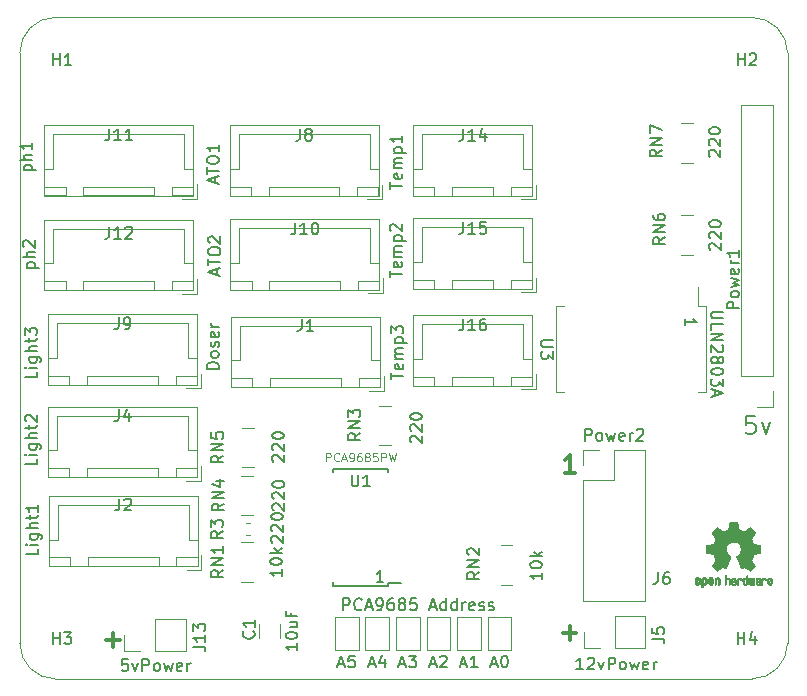
<source format=gbr>
%TF.GenerationSoftware,KiCad,Pcbnew,(5.0.1)-3*%
%TF.CreationDate,2019-02-10T12:01:05-05:00*%
%TF.ProjectId,reef-piHat,726565662D70694861742E6B69636164,rev?*%
%TF.SameCoordinates,Original*%
%TF.FileFunction,Legend,Top*%
%TF.FilePolarity,Positive*%
%FSLAX46Y46*%
G04 Gerber Fmt 4.6, Leading zero omitted, Abs format (unit mm)*
G04 Created by KiCad (PCBNEW (5.0.1)-3) date 2/10/2019 12:01:05 PM*
%MOMM*%
%LPD*%
G01*
G04 APERTURE LIST*
%ADD10C,0.200000*%
%ADD11C,0.300000*%
%ADD12C,0.100000*%
%ADD13C,0.150000*%
%ADD14C,0.120000*%
%ADD15C,0.010000*%
G04 APERTURE END LIST*
D10*
X105910857Y-111005880D02*
X105910857Y-110005880D01*
X106291809Y-110005880D01*
X106387047Y-110053500D01*
X106434666Y-110101119D01*
X106482285Y-110196357D01*
X106482285Y-110339214D01*
X106434666Y-110434452D01*
X106387047Y-110482071D01*
X106291809Y-110529690D01*
X105910857Y-110529690D01*
X107482285Y-110910642D02*
X107434666Y-110958261D01*
X107291809Y-111005880D01*
X107196571Y-111005880D01*
X107053714Y-110958261D01*
X106958476Y-110863023D01*
X106910857Y-110767785D01*
X106863238Y-110577309D01*
X106863238Y-110434452D01*
X106910857Y-110243976D01*
X106958476Y-110148738D01*
X107053714Y-110053500D01*
X107196571Y-110005880D01*
X107291809Y-110005880D01*
X107434666Y-110053500D01*
X107482285Y-110101119D01*
X107863238Y-110720166D02*
X108339428Y-110720166D01*
X107768000Y-111005880D02*
X108101333Y-110005880D01*
X108434666Y-111005880D01*
X108815619Y-111005880D02*
X109006095Y-111005880D01*
X109101333Y-110958261D01*
X109148952Y-110910642D01*
X109244190Y-110767785D01*
X109291809Y-110577309D01*
X109291809Y-110196357D01*
X109244190Y-110101119D01*
X109196571Y-110053500D01*
X109101333Y-110005880D01*
X108910857Y-110005880D01*
X108815619Y-110053500D01*
X108768000Y-110101119D01*
X108720380Y-110196357D01*
X108720380Y-110434452D01*
X108768000Y-110529690D01*
X108815619Y-110577309D01*
X108910857Y-110624928D01*
X109101333Y-110624928D01*
X109196571Y-110577309D01*
X109244190Y-110529690D01*
X109291809Y-110434452D01*
X110148952Y-110005880D02*
X109958476Y-110005880D01*
X109863238Y-110053500D01*
X109815619Y-110101119D01*
X109720380Y-110243976D01*
X109672761Y-110434452D01*
X109672761Y-110815404D01*
X109720380Y-110910642D01*
X109768000Y-110958261D01*
X109863238Y-111005880D01*
X110053714Y-111005880D01*
X110148952Y-110958261D01*
X110196571Y-110910642D01*
X110244190Y-110815404D01*
X110244190Y-110577309D01*
X110196571Y-110482071D01*
X110148952Y-110434452D01*
X110053714Y-110386833D01*
X109863238Y-110386833D01*
X109768000Y-110434452D01*
X109720380Y-110482071D01*
X109672761Y-110577309D01*
X110815619Y-110434452D02*
X110720380Y-110386833D01*
X110672761Y-110339214D01*
X110625142Y-110243976D01*
X110625142Y-110196357D01*
X110672761Y-110101119D01*
X110720380Y-110053500D01*
X110815619Y-110005880D01*
X111006095Y-110005880D01*
X111101333Y-110053500D01*
X111148952Y-110101119D01*
X111196571Y-110196357D01*
X111196571Y-110243976D01*
X111148952Y-110339214D01*
X111101333Y-110386833D01*
X111006095Y-110434452D01*
X110815619Y-110434452D01*
X110720380Y-110482071D01*
X110672761Y-110529690D01*
X110625142Y-110624928D01*
X110625142Y-110815404D01*
X110672761Y-110910642D01*
X110720380Y-110958261D01*
X110815619Y-111005880D01*
X111006095Y-111005880D01*
X111101333Y-110958261D01*
X111148952Y-110910642D01*
X111196571Y-110815404D01*
X111196571Y-110624928D01*
X111148952Y-110529690D01*
X111101333Y-110482071D01*
X111006095Y-110434452D01*
X112101333Y-110005880D02*
X111625142Y-110005880D01*
X111577523Y-110482071D01*
X111625142Y-110434452D01*
X111720380Y-110386833D01*
X111958476Y-110386833D01*
X112053714Y-110434452D01*
X112101333Y-110482071D01*
X112148952Y-110577309D01*
X112148952Y-110815404D01*
X112101333Y-110910642D01*
X112053714Y-110958261D01*
X111958476Y-111005880D01*
X111720380Y-111005880D01*
X111625142Y-110958261D01*
X111577523Y-110910642D01*
X113291809Y-110720166D02*
X113768000Y-110720166D01*
X113196571Y-111005880D02*
X113529904Y-110005880D01*
X113863238Y-111005880D01*
X114625142Y-111005880D02*
X114625142Y-110005880D01*
X114625142Y-110958261D02*
X114529904Y-111005880D01*
X114339428Y-111005880D01*
X114244190Y-110958261D01*
X114196571Y-110910642D01*
X114148952Y-110815404D01*
X114148952Y-110529690D01*
X114196571Y-110434452D01*
X114244190Y-110386833D01*
X114339428Y-110339214D01*
X114529904Y-110339214D01*
X114625142Y-110386833D01*
X115529904Y-111005880D02*
X115529904Y-110005880D01*
X115529904Y-110958261D02*
X115434666Y-111005880D01*
X115244190Y-111005880D01*
X115148952Y-110958261D01*
X115101333Y-110910642D01*
X115053714Y-110815404D01*
X115053714Y-110529690D01*
X115101333Y-110434452D01*
X115148952Y-110386833D01*
X115244190Y-110339214D01*
X115434666Y-110339214D01*
X115529904Y-110386833D01*
X116006095Y-111005880D02*
X116006095Y-110339214D01*
X116006095Y-110529690D02*
X116053714Y-110434452D01*
X116101333Y-110386833D01*
X116196571Y-110339214D01*
X116291809Y-110339214D01*
X117006095Y-110958261D02*
X116910857Y-111005880D01*
X116720380Y-111005880D01*
X116625142Y-110958261D01*
X116577523Y-110863023D01*
X116577523Y-110482071D01*
X116625142Y-110386833D01*
X116720380Y-110339214D01*
X116910857Y-110339214D01*
X117006095Y-110386833D01*
X117053714Y-110482071D01*
X117053714Y-110577309D01*
X116577523Y-110672547D01*
X117434666Y-110958261D02*
X117529904Y-111005880D01*
X117720380Y-111005880D01*
X117815619Y-110958261D01*
X117863238Y-110863023D01*
X117863238Y-110815404D01*
X117815619Y-110720166D01*
X117720380Y-110672547D01*
X117577523Y-110672547D01*
X117482285Y-110624928D01*
X117434666Y-110529690D01*
X117434666Y-110482071D01*
X117482285Y-110386833D01*
X117577523Y-110339214D01*
X117720380Y-110339214D01*
X117815619Y-110386833D01*
X118244190Y-110958261D02*
X118339428Y-111005880D01*
X118529904Y-111005880D01*
X118625142Y-110958261D01*
X118672761Y-110863023D01*
X118672761Y-110815404D01*
X118625142Y-110720166D01*
X118529904Y-110672547D01*
X118387047Y-110672547D01*
X118291809Y-110624928D01*
X118244190Y-110529690D01*
X118244190Y-110482071D01*
X118291809Y-110386833D01*
X118387047Y-110339214D01*
X118529904Y-110339214D01*
X118625142Y-110386833D01*
X140781114Y-94580971D02*
X140066828Y-94580971D01*
X139995400Y-95295257D01*
X140066828Y-95223828D01*
X140209685Y-95152400D01*
X140566828Y-95152400D01*
X140709685Y-95223828D01*
X140781114Y-95295257D01*
X140852542Y-95438114D01*
X140852542Y-95795257D01*
X140781114Y-95938114D01*
X140709685Y-96009542D01*
X140566828Y-96080971D01*
X140209685Y-96080971D01*
X140066828Y-96009542D01*
X139995400Y-95938114D01*
X141352542Y-95080971D02*
X141709685Y-96080971D01*
X142066828Y-95080971D01*
X109327914Y-108630980D02*
X108756485Y-108630980D01*
X109042200Y-108630980D02*
X109042200Y-107630980D01*
X108946961Y-107773838D01*
X108851723Y-107869076D01*
X108756485Y-107916695D01*
X134853419Y-86899714D02*
X134853419Y-86328285D01*
X134853419Y-86614000D02*
X135853419Y-86614000D01*
X135710561Y-86518761D01*
X135615323Y-86423523D01*
X135567704Y-86328285D01*
D11*
X125523571Y-99357571D02*
X124666428Y-99357571D01*
X125095000Y-99357571D02*
X125095000Y-97857571D01*
X124952142Y-98071857D01*
X124809285Y-98214714D01*
X124666428Y-98286142D01*
X85852071Y-113518142D02*
X86994928Y-113518142D01*
X86423500Y-114089571D02*
X86423500Y-112946714D01*
X124523571Y-112946642D02*
X125666428Y-112946642D01*
X125095000Y-113518071D02*
X125095000Y-112375214D01*
D12*
X78546356Y-63817611D02*
X78546356Y-113817611D01*
X78546356Y-63817611D02*
G75*
G02X81546356Y-60817611I3000000J0D01*
G01*
X140546356Y-60817611D02*
X81546356Y-60817611D01*
X140546356Y-60817611D02*
G75*
G02X143546356Y-63817611I0J-3000000D01*
G01*
X143546356Y-113817611D02*
X143546356Y-63817611D01*
X81546356Y-116817611D02*
G75*
G02X78546356Y-113817611I0J3000000D01*
G01*
X81546356Y-116817611D02*
X140546356Y-116817611D01*
X143546351Y-113822847D02*
G75*
G02X140546356Y-116817611I-2999995J5236D01*
G01*
D13*
X109716200Y-108962600D02*
X109716200Y-108737600D01*
X105066200Y-108962600D02*
X105066200Y-108637600D01*
X105066200Y-99012600D02*
X105066200Y-99337600D01*
X109716200Y-99012600D02*
X109716200Y-99337600D01*
X109716200Y-108962600D02*
X105066200Y-108962600D01*
X109716200Y-99012600D02*
X105066200Y-99012600D01*
X109716200Y-108737600D02*
X110791200Y-108737600D01*
D14*
X122230000Y-84093500D02*
X122230000Y-82843500D01*
X120980000Y-84093500D02*
X122230000Y-84093500D01*
X112580000Y-78593500D02*
X116880000Y-78593500D01*
X112580000Y-81543500D02*
X112580000Y-78593500D01*
X111830000Y-81543500D02*
X112580000Y-81543500D01*
X121180000Y-78593500D02*
X116880000Y-78593500D01*
X121180000Y-81543500D02*
X121180000Y-78593500D01*
X121930000Y-81543500D02*
X121180000Y-81543500D01*
X111830000Y-83793500D02*
X113630000Y-83793500D01*
X111830000Y-83043500D02*
X111830000Y-83793500D01*
X113630000Y-83043500D02*
X111830000Y-83043500D01*
X113630000Y-83793500D02*
X113630000Y-83043500D01*
X120130000Y-83793500D02*
X121930000Y-83793500D01*
X120130000Y-83043500D02*
X120130000Y-83793500D01*
X121930000Y-83043500D02*
X120130000Y-83043500D01*
X121930000Y-83793500D02*
X121930000Y-83043500D01*
X115130000Y-83793500D02*
X118630000Y-83793500D01*
X115130000Y-83043500D02*
X115130000Y-83793500D01*
X118630000Y-83043500D02*
X115130000Y-83043500D01*
X118630000Y-83793500D02*
X118630000Y-83043500D01*
X111820000Y-83803500D02*
X121940000Y-83803500D01*
X111820000Y-77833500D02*
X111820000Y-83803500D01*
X121940000Y-77833500D02*
X111820000Y-77833500D01*
X121940000Y-83803500D02*
X121940000Y-77833500D01*
X93619000Y-107298500D02*
X93619000Y-101328500D01*
X93619000Y-101328500D02*
X80999000Y-101328500D01*
X80999000Y-101328500D02*
X80999000Y-107298500D01*
X80999000Y-107298500D02*
X93619000Y-107298500D01*
X90309000Y-107288500D02*
X90309000Y-106538500D01*
X90309000Y-106538500D02*
X84309000Y-106538500D01*
X84309000Y-106538500D02*
X84309000Y-107288500D01*
X84309000Y-107288500D02*
X90309000Y-107288500D01*
X93609000Y-107288500D02*
X93609000Y-106538500D01*
X93609000Y-106538500D02*
X91809000Y-106538500D01*
X91809000Y-106538500D02*
X91809000Y-107288500D01*
X91809000Y-107288500D02*
X93609000Y-107288500D01*
X82809000Y-107288500D02*
X82809000Y-106538500D01*
X82809000Y-106538500D02*
X81009000Y-106538500D01*
X81009000Y-106538500D02*
X81009000Y-107288500D01*
X81009000Y-107288500D02*
X82809000Y-107288500D01*
X93609000Y-105038500D02*
X92859000Y-105038500D01*
X92859000Y-105038500D02*
X92859000Y-102088500D01*
X92859000Y-102088500D02*
X87309000Y-102088500D01*
X81009000Y-105038500D02*
X81759000Y-105038500D01*
X81759000Y-105038500D02*
X81759000Y-102088500D01*
X81759000Y-102088500D02*
X87309000Y-102088500D01*
X92659000Y-107588500D02*
X93909000Y-107588500D01*
X93909000Y-107588500D02*
X93909000Y-106338500D01*
X109339500Y-92412000D02*
X109339500Y-91162000D01*
X108089500Y-92412000D02*
X109339500Y-92412000D01*
X97189500Y-86912000D02*
X102739500Y-86912000D01*
X97189500Y-89862000D02*
X97189500Y-86912000D01*
X96439500Y-89862000D02*
X97189500Y-89862000D01*
X108289500Y-86912000D02*
X102739500Y-86912000D01*
X108289500Y-89862000D02*
X108289500Y-86912000D01*
X109039500Y-89862000D02*
X108289500Y-89862000D01*
X96439500Y-92112000D02*
X98239500Y-92112000D01*
X96439500Y-91362000D02*
X96439500Y-92112000D01*
X98239500Y-91362000D02*
X96439500Y-91362000D01*
X98239500Y-92112000D02*
X98239500Y-91362000D01*
X107239500Y-92112000D02*
X109039500Y-92112000D01*
X107239500Y-91362000D02*
X107239500Y-92112000D01*
X109039500Y-91362000D02*
X107239500Y-91362000D01*
X109039500Y-92112000D02*
X109039500Y-91362000D01*
X99739500Y-92112000D02*
X105739500Y-92112000D01*
X99739500Y-91362000D02*
X99739500Y-92112000D01*
X105739500Y-91362000D02*
X99739500Y-91362000D01*
X105739500Y-92112000D02*
X105739500Y-91362000D01*
X96429500Y-92122000D02*
X109049500Y-92122000D01*
X96429500Y-86152000D02*
X96429500Y-92122000D01*
X109049500Y-86152000D02*
X96429500Y-86152000D01*
X109049500Y-92122000D02*
X109049500Y-86152000D01*
X93555500Y-99742000D02*
X93555500Y-93772000D01*
X93555500Y-93772000D02*
X80935500Y-93772000D01*
X80935500Y-93772000D02*
X80935500Y-99742000D01*
X80935500Y-99742000D02*
X93555500Y-99742000D01*
X90245500Y-99732000D02*
X90245500Y-98982000D01*
X90245500Y-98982000D02*
X84245500Y-98982000D01*
X84245500Y-98982000D02*
X84245500Y-99732000D01*
X84245500Y-99732000D02*
X90245500Y-99732000D01*
X93545500Y-99732000D02*
X93545500Y-98982000D01*
X93545500Y-98982000D02*
X91745500Y-98982000D01*
X91745500Y-98982000D02*
X91745500Y-99732000D01*
X91745500Y-99732000D02*
X93545500Y-99732000D01*
X82745500Y-99732000D02*
X82745500Y-98982000D01*
X82745500Y-98982000D02*
X80945500Y-98982000D01*
X80945500Y-98982000D02*
X80945500Y-99732000D01*
X80945500Y-99732000D02*
X82745500Y-99732000D01*
X93545500Y-97482000D02*
X92795500Y-97482000D01*
X92795500Y-97482000D02*
X92795500Y-94532000D01*
X92795500Y-94532000D02*
X87245500Y-94532000D01*
X80945500Y-97482000D02*
X81695500Y-97482000D01*
X81695500Y-97482000D02*
X81695500Y-94532000D01*
X81695500Y-94532000D02*
X87245500Y-94532000D01*
X92595500Y-100032000D02*
X93845500Y-100032000D01*
X93845500Y-100032000D02*
X93845500Y-98782000D01*
X108922500Y-75929500D02*
X108922500Y-69959500D01*
X108922500Y-69959500D02*
X96302500Y-69959500D01*
X96302500Y-69959500D02*
X96302500Y-75929500D01*
X96302500Y-75929500D02*
X108922500Y-75929500D01*
X105612500Y-75919500D02*
X105612500Y-75169500D01*
X105612500Y-75169500D02*
X99612500Y-75169500D01*
X99612500Y-75169500D02*
X99612500Y-75919500D01*
X99612500Y-75919500D02*
X105612500Y-75919500D01*
X108912500Y-75919500D02*
X108912500Y-75169500D01*
X108912500Y-75169500D02*
X107112500Y-75169500D01*
X107112500Y-75169500D02*
X107112500Y-75919500D01*
X107112500Y-75919500D02*
X108912500Y-75919500D01*
X98112500Y-75919500D02*
X98112500Y-75169500D01*
X98112500Y-75169500D02*
X96312500Y-75169500D01*
X96312500Y-75169500D02*
X96312500Y-75919500D01*
X96312500Y-75919500D02*
X98112500Y-75919500D01*
X108912500Y-73669500D02*
X108162500Y-73669500D01*
X108162500Y-73669500D02*
X108162500Y-70719500D01*
X108162500Y-70719500D02*
X102612500Y-70719500D01*
X96312500Y-73669500D02*
X97062500Y-73669500D01*
X97062500Y-73669500D02*
X97062500Y-70719500D01*
X97062500Y-70719500D02*
X102612500Y-70719500D01*
X107962500Y-76219500D02*
X109212500Y-76219500D01*
X109212500Y-76219500D02*
X109212500Y-74969500D01*
X109276000Y-84157000D02*
X109276000Y-82907000D01*
X108026000Y-84157000D02*
X109276000Y-84157000D01*
X97126000Y-78657000D02*
X102676000Y-78657000D01*
X97126000Y-81607000D02*
X97126000Y-78657000D01*
X96376000Y-81607000D02*
X97126000Y-81607000D01*
X108226000Y-78657000D02*
X102676000Y-78657000D01*
X108226000Y-81607000D02*
X108226000Y-78657000D01*
X108976000Y-81607000D02*
X108226000Y-81607000D01*
X96376000Y-83857000D02*
X98176000Y-83857000D01*
X96376000Y-83107000D02*
X96376000Y-83857000D01*
X98176000Y-83107000D02*
X96376000Y-83107000D01*
X98176000Y-83857000D02*
X98176000Y-83107000D01*
X107176000Y-83857000D02*
X108976000Y-83857000D01*
X107176000Y-83107000D02*
X107176000Y-83857000D01*
X108976000Y-83107000D02*
X107176000Y-83107000D01*
X108976000Y-83857000D02*
X108976000Y-83107000D01*
X99676000Y-83857000D02*
X105676000Y-83857000D01*
X99676000Y-83107000D02*
X99676000Y-83857000D01*
X105676000Y-83107000D02*
X99676000Y-83107000D01*
X105676000Y-83857000D02*
X105676000Y-83107000D01*
X96366000Y-83867000D02*
X108986000Y-83867000D01*
X96366000Y-77897000D02*
X96366000Y-83867000D01*
X108986000Y-77897000D02*
X96366000Y-77897000D01*
X108986000Y-83867000D02*
X108986000Y-77897000D01*
X93240683Y-75901538D02*
X93240683Y-69931538D01*
X93240683Y-69931538D02*
X80620683Y-69931538D01*
X80620683Y-69931538D02*
X80620683Y-75901538D01*
X80620683Y-75901538D02*
X93240683Y-75901538D01*
X89930683Y-75891538D02*
X89930683Y-75141538D01*
X89930683Y-75141538D02*
X83930683Y-75141538D01*
X83930683Y-75141538D02*
X83930683Y-75891538D01*
X83930683Y-75891538D02*
X89930683Y-75891538D01*
X93230683Y-75891538D02*
X93230683Y-75141538D01*
X93230683Y-75141538D02*
X91430683Y-75141538D01*
X91430683Y-75141538D02*
X91430683Y-75891538D01*
X91430683Y-75891538D02*
X93230683Y-75891538D01*
X82430683Y-75891538D02*
X82430683Y-75141538D01*
X82430683Y-75141538D02*
X80630683Y-75141538D01*
X80630683Y-75141538D02*
X80630683Y-75891538D01*
X80630683Y-75891538D02*
X82430683Y-75891538D01*
X93230683Y-73641538D02*
X92480683Y-73641538D01*
X92480683Y-73641538D02*
X92480683Y-70691538D01*
X92480683Y-70691538D02*
X86930683Y-70691538D01*
X80630683Y-73641538D02*
X81380683Y-73641538D01*
X81380683Y-73641538D02*
X81380683Y-70691538D01*
X81380683Y-70691538D02*
X86930683Y-70691538D01*
X92280683Y-76191538D02*
X93530683Y-76191538D01*
X93530683Y-76191538D02*
X93530683Y-74941538D01*
X93514183Y-84192538D02*
X93514183Y-82942538D01*
X92264183Y-84192538D02*
X93514183Y-84192538D01*
X81364183Y-78692538D02*
X86914183Y-78692538D01*
X81364183Y-81642538D02*
X81364183Y-78692538D01*
X80614183Y-81642538D02*
X81364183Y-81642538D01*
X92464183Y-78692538D02*
X86914183Y-78692538D01*
X92464183Y-81642538D02*
X92464183Y-78692538D01*
X93214183Y-81642538D02*
X92464183Y-81642538D01*
X80614183Y-83892538D02*
X82414183Y-83892538D01*
X80614183Y-83142538D02*
X80614183Y-83892538D01*
X82414183Y-83142538D02*
X80614183Y-83142538D01*
X82414183Y-83892538D02*
X82414183Y-83142538D01*
X91414183Y-83892538D02*
X93214183Y-83892538D01*
X91414183Y-83142538D02*
X91414183Y-83892538D01*
X93214183Y-83142538D02*
X91414183Y-83142538D01*
X93214183Y-83892538D02*
X93214183Y-83142538D01*
X83914183Y-83892538D02*
X89914183Y-83892538D01*
X83914183Y-83142538D02*
X83914183Y-83892538D01*
X89914183Y-83142538D02*
X83914183Y-83142538D01*
X89914183Y-83892538D02*
X89914183Y-83142538D01*
X80604183Y-83902538D02*
X93224183Y-83902538D01*
X80604183Y-77932538D02*
X80604183Y-83902538D01*
X93224183Y-77932538D02*
X80604183Y-77932538D01*
X93224183Y-83902538D02*
X93224183Y-77932538D01*
X92579500Y-114423500D02*
X92579500Y-111763500D01*
X89979500Y-114423500D02*
X92579500Y-114423500D01*
X89979500Y-111763500D02*
X92579500Y-111763500D01*
X89979500Y-114423500D02*
X89979500Y-111763500D01*
X88709500Y-114423500D02*
X87379500Y-114423500D01*
X87379500Y-114423500D02*
X87379500Y-113093500D01*
X121940000Y-75929500D02*
X121940000Y-69959500D01*
X121940000Y-69959500D02*
X111820000Y-69959500D01*
X111820000Y-69959500D02*
X111820000Y-75929500D01*
X111820000Y-75929500D02*
X121940000Y-75929500D01*
X118630000Y-75919500D02*
X118630000Y-75169500D01*
X118630000Y-75169500D02*
X115130000Y-75169500D01*
X115130000Y-75169500D02*
X115130000Y-75919500D01*
X115130000Y-75919500D02*
X118630000Y-75919500D01*
X121930000Y-75919500D02*
X121930000Y-75169500D01*
X121930000Y-75169500D02*
X120130000Y-75169500D01*
X120130000Y-75169500D02*
X120130000Y-75919500D01*
X120130000Y-75919500D02*
X121930000Y-75919500D01*
X113630000Y-75919500D02*
X113630000Y-75169500D01*
X113630000Y-75169500D02*
X111830000Y-75169500D01*
X111830000Y-75169500D02*
X111830000Y-75919500D01*
X111830000Y-75919500D02*
X113630000Y-75919500D01*
X121930000Y-73669500D02*
X121180000Y-73669500D01*
X121180000Y-73669500D02*
X121180000Y-70719500D01*
X121180000Y-70719500D02*
X116880000Y-70719500D01*
X111830000Y-73669500D02*
X112580000Y-73669500D01*
X112580000Y-73669500D02*
X112580000Y-70719500D01*
X112580000Y-70719500D02*
X116880000Y-70719500D01*
X120980000Y-76219500D02*
X122230000Y-76219500D01*
X122230000Y-76219500D02*
X122230000Y-74969500D01*
X121940000Y-91995000D02*
X121940000Y-86025000D01*
X121940000Y-86025000D02*
X111820000Y-86025000D01*
X111820000Y-86025000D02*
X111820000Y-91995000D01*
X111820000Y-91995000D02*
X121940000Y-91995000D01*
X118630000Y-91985000D02*
X118630000Y-91235000D01*
X118630000Y-91235000D02*
X115130000Y-91235000D01*
X115130000Y-91235000D02*
X115130000Y-91985000D01*
X115130000Y-91985000D02*
X118630000Y-91985000D01*
X121930000Y-91985000D02*
X121930000Y-91235000D01*
X121930000Y-91235000D02*
X120130000Y-91235000D01*
X120130000Y-91235000D02*
X120130000Y-91985000D01*
X120130000Y-91985000D02*
X121930000Y-91985000D01*
X113630000Y-91985000D02*
X113630000Y-91235000D01*
X113630000Y-91235000D02*
X111830000Y-91235000D01*
X111830000Y-91235000D02*
X111830000Y-91985000D01*
X111830000Y-91985000D02*
X113630000Y-91985000D01*
X121930000Y-89735000D02*
X121180000Y-89735000D01*
X121180000Y-89735000D02*
X121180000Y-86785000D01*
X121180000Y-86785000D02*
X116880000Y-86785000D01*
X111830000Y-89735000D02*
X112580000Y-89735000D01*
X112580000Y-89735000D02*
X112580000Y-86785000D01*
X112580000Y-86785000D02*
X116880000Y-86785000D01*
X120980000Y-92285000D02*
X122230000Y-92285000D01*
X122230000Y-92285000D02*
X122230000Y-91035000D01*
X135942000Y-83675000D02*
X135942000Y-85290000D01*
X135942000Y-85290000D02*
X136662000Y-85290000D01*
X136662000Y-85290000D02*
X136662000Y-92510000D01*
X136662000Y-92510000D02*
X135942000Y-92510000D01*
X124662000Y-85290000D02*
X123942000Y-85290000D01*
X123942000Y-85290000D02*
X123942000Y-92510000D01*
X123942000Y-92510000D02*
X124662000Y-92510000D01*
X100605000Y-112162836D02*
X100605000Y-113366964D01*
X98785000Y-112162836D02*
X98785000Y-113366964D01*
X142300000Y-68266000D02*
X139640000Y-68266000D01*
X142300000Y-91186000D02*
X142300000Y-68266000D01*
X139640000Y-91186000D02*
X139640000Y-68266000D01*
X142300000Y-91186000D02*
X139640000Y-91186000D01*
X142300000Y-92456000D02*
X142300000Y-93786000D01*
X142300000Y-93786000D02*
X140970000Y-93786000D01*
X131505000Y-114169500D02*
X131505000Y-111509500D01*
X128905000Y-114169500D02*
X131505000Y-114169500D01*
X128905000Y-111509500D02*
X131505000Y-111509500D01*
X128905000Y-114169500D02*
X128905000Y-111509500D01*
X127635000Y-114169500D02*
X126305000Y-114169500D01*
X126305000Y-114169500D02*
X126305000Y-112839500D01*
X126241500Y-110232500D02*
X131441500Y-110232500D01*
X126241500Y-100012500D02*
X126241500Y-110232500D01*
X131441500Y-97412500D02*
X131441500Y-110232500D01*
X126241500Y-100012500D02*
X128841500Y-100012500D01*
X128841500Y-100012500D02*
X128841500Y-97412500D01*
X128841500Y-97412500D02*
X131441500Y-97412500D01*
X126241500Y-98742500D02*
X126241500Y-97412500D01*
X126241500Y-97412500D02*
X127571500Y-97412500D01*
X93555500Y-91931500D02*
X93555500Y-85961500D01*
X93555500Y-85961500D02*
X80935500Y-85961500D01*
X80935500Y-85961500D02*
X80935500Y-91931500D01*
X80935500Y-91931500D02*
X93555500Y-91931500D01*
X90245500Y-91921500D02*
X90245500Y-91171500D01*
X90245500Y-91171500D02*
X84245500Y-91171500D01*
X84245500Y-91171500D02*
X84245500Y-91921500D01*
X84245500Y-91921500D02*
X90245500Y-91921500D01*
X93545500Y-91921500D02*
X93545500Y-91171500D01*
X93545500Y-91171500D02*
X91745500Y-91171500D01*
X91745500Y-91171500D02*
X91745500Y-91921500D01*
X91745500Y-91921500D02*
X93545500Y-91921500D01*
X82745500Y-91921500D02*
X82745500Y-91171500D01*
X82745500Y-91171500D02*
X80945500Y-91171500D01*
X80945500Y-91171500D02*
X80945500Y-91921500D01*
X80945500Y-91921500D02*
X82745500Y-91921500D01*
X93545500Y-89671500D02*
X92795500Y-89671500D01*
X92795500Y-89671500D02*
X92795500Y-86721500D01*
X92795500Y-86721500D02*
X87245500Y-86721500D01*
X80945500Y-89671500D02*
X81695500Y-89671500D01*
X81695500Y-89671500D02*
X81695500Y-86721500D01*
X81695500Y-86721500D02*
X87245500Y-86721500D01*
X92595500Y-92221500D02*
X93845500Y-92221500D01*
X93845500Y-92221500D02*
X93845500Y-90971500D01*
X120151400Y-111565400D02*
X120151400Y-114365400D01*
X120151400Y-114365400D02*
X118151400Y-114365400D01*
X118151400Y-114365400D02*
X118151400Y-111565400D01*
X118151400Y-111565400D02*
X120151400Y-111565400D01*
X115586000Y-111565400D02*
X117586000Y-111565400D01*
X115586000Y-114365400D02*
X115586000Y-111565400D01*
X117586000Y-114365400D02*
X115586000Y-114365400D01*
X117586000Y-111565400D02*
X117586000Y-114365400D01*
X114995200Y-111565400D02*
X114995200Y-114365400D01*
X114995200Y-114365400D02*
X112995200Y-114365400D01*
X112995200Y-114365400D02*
X112995200Y-111565400D01*
X112995200Y-111565400D02*
X114995200Y-111565400D01*
X110404400Y-111565400D02*
X112404400Y-111565400D01*
X110404400Y-114365400D02*
X110404400Y-111565400D01*
X112404400Y-114365400D02*
X110404400Y-114365400D01*
X112404400Y-111565400D02*
X112404400Y-114365400D01*
X119250000Y-105527200D02*
X120250000Y-105527200D01*
X119250000Y-108887200D02*
X120250000Y-108887200D01*
X109963000Y-97037800D02*
X108963000Y-97037800D01*
X109963000Y-93677800D02*
X108963000Y-93677800D01*
X98301000Y-102969000D02*
X97301000Y-102969000D01*
X98301000Y-99609000D02*
X97301000Y-99609000D01*
X98353500Y-95538500D02*
X97353500Y-95538500D01*
X98353500Y-98898500D02*
X97353500Y-98898500D01*
X135526400Y-80928000D02*
X134526400Y-80928000D01*
X135526400Y-77568000D02*
X134526400Y-77568000D01*
X135526400Y-69770200D02*
X134526400Y-69770200D01*
X135526400Y-73130200D02*
X134526400Y-73130200D01*
X109813600Y-111565400D02*
X109813600Y-114365400D01*
X109813600Y-114365400D02*
X107813600Y-114365400D01*
X107813600Y-114365400D02*
X107813600Y-111565400D01*
X107813600Y-111565400D02*
X109813600Y-111565400D01*
X105222800Y-111565400D02*
X107222800Y-111565400D01*
X105222800Y-114365400D02*
X105222800Y-111565400D01*
X107222800Y-114365400D02*
X105222800Y-114365400D01*
X107222800Y-111565400D02*
X107222800Y-114365400D01*
X98301000Y-108620200D02*
X97301000Y-108620200D01*
X98301000Y-105260200D02*
X97301000Y-105260200D01*
D15*
G36*
X139067310Y-103541348D02*
X139145854Y-103541778D01*
X139202698Y-103542942D01*
X139241505Y-103545207D01*
X139265938Y-103548940D01*
X139279662Y-103554506D01*
X139286340Y-103562273D01*
X139289636Y-103572605D01*
X139289956Y-103573943D01*
X139294962Y-103598079D01*
X139304229Y-103645701D01*
X139316792Y-103711741D01*
X139331687Y-103791128D01*
X139347951Y-103878796D01*
X139348519Y-103881875D01*
X139364810Y-103967789D01*
X139380052Y-104043696D01*
X139393261Y-104105045D01*
X139403454Y-104147282D01*
X139409648Y-104165855D01*
X139409943Y-104166184D01*
X139428188Y-104175253D01*
X139465805Y-104190367D01*
X139514671Y-104208262D01*
X139514943Y-104208358D01*
X139576493Y-104231493D01*
X139649057Y-104260965D01*
X139717457Y-104290597D01*
X139720694Y-104292062D01*
X139832102Y-104342626D01*
X140078799Y-104174160D01*
X140154477Y-104122803D01*
X140223031Y-104076889D01*
X140280488Y-104039030D01*
X140322876Y-104011837D01*
X140346225Y-103997921D01*
X140348442Y-103996889D01*
X140365410Y-104001484D01*
X140397101Y-104023655D01*
X140444752Y-104064447D01*
X140509598Y-104124905D01*
X140575797Y-104189227D01*
X140639614Y-104252612D01*
X140696729Y-104310451D01*
X140743705Y-104359175D01*
X140777103Y-104395210D01*
X140793485Y-104414984D01*
X140794094Y-104416002D01*
X140795905Y-104429572D01*
X140789083Y-104451733D01*
X140771940Y-104485478D01*
X140742793Y-104533800D01*
X140699955Y-104599692D01*
X140642848Y-104684517D01*
X140592166Y-104759177D01*
X140546861Y-104826140D01*
X140509550Y-104881516D01*
X140482852Y-104921420D01*
X140469385Y-104941962D01*
X140468537Y-104943356D01*
X140470181Y-104963038D01*
X140482645Y-105001293D01*
X140503448Y-105050889D01*
X140510862Y-105066728D01*
X140543214Y-105137290D01*
X140577728Y-105217353D01*
X140605765Y-105286629D01*
X140625968Y-105338045D01*
X140642015Y-105377119D01*
X140651288Y-105397541D01*
X140652441Y-105399114D01*
X140669496Y-105401721D01*
X140709698Y-105408863D01*
X140767702Y-105419523D01*
X140838163Y-105432685D01*
X140915735Y-105447333D01*
X140995072Y-105462449D01*
X141070831Y-105477018D01*
X141137664Y-105490022D01*
X141190228Y-105500445D01*
X141223176Y-105507270D01*
X141231257Y-105509199D01*
X141239605Y-105513962D01*
X141245906Y-105524718D01*
X141250445Y-105545098D01*
X141253504Y-105578734D01*
X141255367Y-105629255D01*
X141256318Y-105700292D01*
X141256640Y-105795476D01*
X141256657Y-105834492D01*
X141256657Y-106151799D01*
X141180457Y-106166839D01*
X141138063Y-106174995D01*
X141074800Y-106186899D01*
X140998362Y-106201116D01*
X140916443Y-106216210D01*
X140893800Y-106220355D01*
X140818206Y-106235053D01*
X140752353Y-106249505D01*
X140701766Y-106262375D01*
X140671974Y-106272322D01*
X140667012Y-106275287D01*
X140654826Y-106296283D01*
X140637353Y-106336967D01*
X140617977Y-106389322D01*
X140614134Y-106400600D01*
X140588739Y-106470523D01*
X140557217Y-106549418D01*
X140526369Y-106620266D01*
X140526217Y-106620595D01*
X140474847Y-106731733D01*
X140643799Y-106980253D01*
X140812752Y-107228772D01*
X140595829Y-107446058D01*
X140530219Y-107510726D01*
X140470379Y-107567733D01*
X140419667Y-107614033D01*
X140381446Y-107646584D01*
X140359075Y-107662343D01*
X140355866Y-107663343D01*
X140337026Y-107655469D01*
X140298580Y-107633578D01*
X140244730Y-107600267D01*
X140179676Y-107558131D01*
X140109340Y-107510943D01*
X140037955Y-107462810D01*
X139974308Y-107420928D01*
X139922441Y-107387871D01*
X139886395Y-107366218D01*
X139870267Y-107358543D01*
X139850589Y-107365037D01*
X139813275Y-107382150D01*
X139766021Y-107406326D01*
X139761012Y-107409013D01*
X139697377Y-107440927D01*
X139653741Y-107456579D01*
X139626602Y-107456745D01*
X139612457Y-107442204D01*
X139612375Y-107442000D01*
X139605305Y-107424779D01*
X139588442Y-107383899D01*
X139563095Y-107322525D01*
X139530571Y-107243819D01*
X139492178Y-107150947D01*
X139449222Y-107047072D01*
X139407622Y-106946502D01*
X139361904Y-106835516D01*
X139319926Y-106732703D01*
X139282948Y-106641215D01*
X139252227Y-106564201D01*
X139229022Y-106504815D01*
X139214590Y-106466209D01*
X139210143Y-106451800D01*
X139221296Y-106435272D01*
X139250469Y-106408930D01*
X139289371Y-106379887D01*
X139400157Y-106288039D01*
X139486751Y-106182759D01*
X139548116Y-106066266D01*
X139583215Y-105940776D01*
X139591008Y-105808507D01*
X139585343Y-105747457D01*
X139554478Y-105620795D01*
X139501320Y-105508941D01*
X139429167Y-105413001D01*
X139341317Y-105334076D01*
X139241065Y-105273270D01*
X139131710Y-105231687D01*
X139016547Y-105210428D01*
X138898875Y-105210599D01*
X138781990Y-105233301D01*
X138669189Y-105279638D01*
X138563769Y-105350713D01*
X138519768Y-105390911D01*
X138435379Y-105494129D01*
X138376622Y-105606925D01*
X138343104Y-105726010D01*
X138334435Y-105848095D01*
X138350223Y-105969893D01*
X138390078Y-106088116D01*
X138453607Y-106199475D01*
X138540421Y-106300684D01*
X138637429Y-106379887D01*
X138677837Y-106410162D01*
X138706382Y-106436219D01*
X138716657Y-106451825D01*
X138711277Y-106468843D01*
X138695975Y-106509500D01*
X138672012Y-106570642D01*
X138640644Y-106649119D01*
X138603132Y-106741780D01*
X138560733Y-106845472D01*
X138519063Y-106946526D01*
X138473090Y-107057607D01*
X138430507Y-107160541D01*
X138392621Y-107252165D01*
X138360740Y-107329316D01*
X138336171Y-107388831D01*
X138320220Y-107427544D01*
X138314310Y-107442000D01*
X138300348Y-107456685D01*
X138273340Y-107456642D01*
X138229813Y-107441099D01*
X138166290Y-107409284D01*
X138165788Y-107409013D01*
X138117960Y-107384323D01*
X138079297Y-107366338D01*
X138057495Y-107358614D01*
X138056533Y-107358543D01*
X138040121Y-107366378D01*
X138003887Y-107388165D01*
X137951874Y-107421328D01*
X137888125Y-107463291D01*
X137817460Y-107510943D01*
X137745516Y-107559191D01*
X137680674Y-107601151D01*
X137627135Y-107634227D01*
X137589097Y-107655821D01*
X137570933Y-107663343D01*
X137554208Y-107653457D01*
X137520580Y-107625826D01*
X137473410Y-107583495D01*
X137416058Y-107529505D01*
X137351884Y-107466899D01*
X137330897Y-107445983D01*
X137113899Y-107228623D01*
X137279068Y-106986220D01*
X137329264Y-106911781D01*
X137373319Y-106844972D01*
X137408762Y-106789665D01*
X137433119Y-106749729D01*
X137443922Y-106729036D01*
X137444238Y-106727563D01*
X137438543Y-106708058D01*
X137423226Y-106668822D01*
X137400937Y-106616430D01*
X137385293Y-106581355D01*
X137356041Y-106514201D01*
X137328494Y-106446358D01*
X137307137Y-106389034D01*
X137301335Y-106371572D01*
X137284852Y-106324938D01*
X137268740Y-106288905D01*
X137259890Y-106275287D01*
X137240360Y-106266952D01*
X137197734Y-106255137D01*
X137137545Y-106241181D01*
X137065322Y-106226422D01*
X137033000Y-106220355D01*
X136950922Y-106205273D01*
X136872195Y-106190669D01*
X136804509Y-106177980D01*
X136755560Y-106168642D01*
X136746343Y-106166839D01*
X136670143Y-106151799D01*
X136670143Y-105834492D01*
X136670314Y-105730154D01*
X136671016Y-105651213D01*
X136672534Y-105594038D01*
X136675149Y-105554999D01*
X136679146Y-105530465D01*
X136684809Y-105516805D01*
X136692420Y-105510389D01*
X136695543Y-105509199D01*
X136714378Y-105504980D01*
X136755988Y-105496562D01*
X136815030Y-105484961D01*
X136886157Y-105471195D01*
X136964025Y-105456280D01*
X137043287Y-105441232D01*
X137118598Y-105427069D01*
X137184613Y-105414806D01*
X137235987Y-105405461D01*
X137267375Y-105400050D01*
X137274359Y-105399114D01*
X137280685Y-105386596D01*
X137294690Y-105353246D01*
X137313755Y-105305377D01*
X137321034Y-105286629D01*
X137350396Y-105214195D01*
X137384971Y-105134170D01*
X137415937Y-105066728D01*
X137438723Y-105015159D01*
X137453882Y-104972785D01*
X137458942Y-104946834D01*
X137458136Y-104943356D01*
X137447441Y-104926936D01*
X137423020Y-104890417D01*
X137387495Y-104837687D01*
X137343487Y-104772635D01*
X137293617Y-104699151D01*
X137283756Y-104684645D01*
X137225892Y-104598704D01*
X137183356Y-104533261D01*
X137154454Y-104485304D01*
X137137490Y-104451820D01*
X137130767Y-104429795D01*
X137132590Y-104416217D01*
X137132636Y-104416131D01*
X137146986Y-104398297D01*
X137178723Y-104363817D01*
X137224410Y-104316268D01*
X137280604Y-104259222D01*
X137343868Y-104196255D01*
X137351002Y-104189227D01*
X137430730Y-104112020D01*
X137492257Y-104055330D01*
X137536821Y-104018110D01*
X137565657Y-103999315D01*
X137578358Y-103996889D01*
X137596894Y-104007471D01*
X137635361Y-104031916D01*
X137689786Y-104067612D01*
X137756198Y-104111947D01*
X137830625Y-104162311D01*
X137848001Y-104174160D01*
X138094697Y-104342626D01*
X138206106Y-104292062D01*
X138273857Y-104262595D01*
X138346583Y-104232959D01*
X138409103Y-104209330D01*
X138411857Y-104208358D01*
X138460760Y-104190457D01*
X138498457Y-104175320D01*
X138516825Y-104166210D01*
X138516856Y-104166184D01*
X138522685Y-104149717D01*
X138532592Y-104109219D01*
X138545595Y-104049242D01*
X138560709Y-103974340D01*
X138576952Y-103889064D01*
X138578281Y-103881875D01*
X138594575Y-103794014D01*
X138609533Y-103714260D01*
X138622191Y-103647681D01*
X138631586Y-103599347D01*
X138636754Y-103574325D01*
X138636844Y-103573943D01*
X138639989Y-103563299D01*
X138646104Y-103555262D01*
X138658853Y-103549467D01*
X138681900Y-103545547D01*
X138718909Y-103543135D01*
X138773544Y-103541865D01*
X138849467Y-103541371D01*
X138950344Y-103541286D01*
X138963400Y-103541286D01*
X139067310Y-103541348D01*
X139067310Y-103541348D01*
G37*
X139067310Y-103541348D02*
X139145854Y-103541778D01*
X139202698Y-103542942D01*
X139241505Y-103545207D01*
X139265938Y-103548940D01*
X139279662Y-103554506D01*
X139286340Y-103562273D01*
X139289636Y-103572605D01*
X139289956Y-103573943D01*
X139294962Y-103598079D01*
X139304229Y-103645701D01*
X139316792Y-103711741D01*
X139331687Y-103791128D01*
X139347951Y-103878796D01*
X139348519Y-103881875D01*
X139364810Y-103967789D01*
X139380052Y-104043696D01*
X139393261Y-104105045D01*
X139403454Y-104147282D01*
X139409648Y-104165855D01*
X139409943Y-104166184D01*
X139428188Y-104175253D01*
X139465805Y-104190367D01*
X139514671Y-104208262D01*
X139514943Y-104208358D01*
X139576493Y-104231493D01*
X139649057Y-104260965D01*
X139717457Y-104290597D01*
X139720694Y-104292062D01*
X139832102Y-104342626D01*
X140078799Y-104174160D01*
X140154477Y-104122803D01*
X140223031Y-104076889D01*
X140280488Y-104039030D01*
X140322876Y-104011837D01*
X140346225Y-103997921D01*
X140348442Y-103996889D01*
X140365410Y-104001484D01*
X140397101Y-104023655D01*
X140444752Y-104064447D01*
X140509598Y-104124905D01*
X140575797Y-104189227D01*
X140639614Y-104252612D01*
X140696729Y-104310451D01*
X140743705Y-104359175D01*
X140777103Y-104395210D01*
X140793485Y-104414984D01*
X140794094Y-104416002D01*
X140795905Y-104429572D01*
X140789083Y-104451733D01*
X140771940Y-104485478D01*
X140742793Y-104533800D01*
X140699955Y-104599692D01*
X140642848Y-104684517D01*
X140592166Y-104759177D01*
X140546861Y-104826140D01*
X140509550Y-104881516D01*
X140482852Y-104921420D01*
X140469385Y-104941962D01*
X140468537Y-104943356D01*
X140470181Y-104963038D01*
X140482645Y-105001293D01*
X140503448Y-105050889D01*
X140510862Y-105066728D01*
X140543214Y-105137290D01*
X140577728Y-105217353D01*
X140605765Y-105286629D01*
X140625968Y-105338045D01*
X140642015Y-105377119D01*
X140651288Y-105397541D01*
X140652441Y-105399114D01*
X140669496Y-105401721D01*
X140709698Y-105408863D01*
X140767702Y-105419523D01*
X140838163Y-105432685D01*
X140915735Y-105447333D01*
X140995072Y-105462449D01*
X141070831Y-105477018D01*
X141137664Y-105490022D01*
X141190228Y-105500445D01*
X141223176Y-105507270D01*
X141231257Y-105509199D01*
X141239605Y-105513962D01*
X141245906Y-105524718D01*
X141250445Y-105545098D01*
X141253504Y-105578734D01*
X141255367Y-105629255D01*
X141256318Y-105700292D01*
X141256640Y-105795476D01*
X141256657Y-105834492D01*
X141256657Y-106151799D01*
X141180457Y-106166839D01*
X141138063Y-106174995D01*
X141074800Y-106186899D01*
X140998362Y-106201116D01*
X140916443Y-106216210D01*
X140893800Y-106220355D01*
X140818206Y-106235053D01*
X140752353Y-106249505D01*
X140701766Y-106262375D01*
X140671974Y-106272322D01*
X140667012Y-106275287D01*
X140654826Y-106296283D01*
X140637353Y-106336967D01*
X140617977Y-106389322D01*
X140614134Y-106400600D01*
X140588739Y-106470523D01*
X140557217Y-106549418D01*
X140526369Y-106620266D01*
X140526217Y-106620595D01*
X140474847Y-106731733D01*
X140643799Y-106980253D01*
X140812752Y-107228772D01*
X140595829Y-107446058D01*
X140530219Y-107510726D01*
X140470379Y-107567733D01*
X140419667Y-107614033D01*
X140381446Y-107646584D01*
X140359075Y-107662343D01*
X140355866Y-107663343D01*
X140337026Y-107655469D01*
X140298580Y-107633578D01*
X140244730Y-107600267D01*
X140179676Y-107558131D01*
X140109340Y-107510943D01*
X140037955Y-107462810D01*
X139974308Y-107420928D01*
X139922441Y-107387871D01*
X139886395Y-107366218D01*
X139870267Y-107358543D01*
X139850589Y-107365037D01*
X139813275Y-107382150D01*
X139766021Y-107406326D01*
X139761012Y-107409013D01*
X139697377Y-107440927D01*
X139653741Y-107456579D01*
X139626602Y-107456745D01*
X139612457Y-107442204D01*
X139612375Y-107442000D01*
X139605305Y-107424779D01*
X139588442Y-107383899D01*
X139563095Y-107322525D01*
X139530571Y-107243819D01*
X139492178Y-107150947D01*
X139449222Y-107047072D01*
X139407622Y-106946502D01*
X139361904Y-106835516D01*
X139319926Y-106732703D01*
X139282948Y-106641215D01*
X139252227Y-106564201D01*
X139229022Y-106504815D01*
X139214590Y-106466209D01*
X139210143Y-106451800D01*
X139221296Y-106435272D01*
X139250469Y-106408930D01*
X139289371Y-106379887D01*
X139400157Y-106288039D01*
X139486751Y-106182759D01*
X139548116Y-106066266D01*
X139583215Y-105940776D01*
X139591008Y-105808507D01*
X139585343Y-105747457D01*
X139554478Y-105620795D01*
X139501320Y-105508941D01*
X139429167Y-105413001D01*
X139341317Y-105334076D01*
X139241065Y-105273270D01*
X139131710Y-105231687D01*
X139016547Y-105210428D01*
X138898875Y-105210599D01*
X138781990Y-105233301D01*
X138669189Y-105279638D01*
X138563769Y-105350713D01*
X138519768Y-105390911D01*
X138435379Y-105494129D01*
X138376622Y-105606925D01*
X138343104Y-105726010D01*
X138334435Y-105848095D01*
X138350223Y-105969893D01*
X138390078Y-106088116D01*
X138453607Y-106199475D01*
X138540421Y-106300684D01*
X138637429Y-106379887D01*
X138677837Y-106410162D01*
X138706382Y-106436219D01*
X138716657Y-106451825D01*
X138711277Y-106468843D01*
X138695975Y-106509500D01*
X138672012Y-106570642D01*
X138640644Y-106649119D01*
X138603132Y-106741780D01*
X138560733Y-106845472D01*
X138519063Y-106946526D01*
X138473090Y-107057607D01*
X138430507Y-107160541D01*
X138392621Y-107252165D01*
X138360740Y-107329316D01*
X138336171Y-107388831D01*
X138320220Y-107427544D01*
X138314310Y-107442000D01*
X138300348Y-107456685D01*
X138273340Y-107456642D01*
X138229813Y-107441099D01*
X138166290Y-107409284D01*
X138165788Y-107409013D01*
X138117960Y-107384323D01*
X138079297Y-107366338D01*
X138057495Y-107358614D01*
X138056533Y-107358543D01*
X138040121Y-107366378D01*
X138003887Y-107388165D01*
X137951874Y-107421328D01*
X137888125Y-107463291D01*
X137817460Y-107510943D01*
X137745516Y-107559191D01*
X137680674Y-107601151D01*
X137627135Y-107634227D01*
X137589097Y-107655821D01*
X137570933Y-107663343D01*
X137554208Y-107653457D01*
X137520580Y-107625826D01*
X137473410Y-107583495D01*
X137416058Y-107529505D01*
X137351884Y-107466899D01*
X137330897Y-107445983D01*
X137113899Y-107228623D01*
X137279068Y-106986220D01*
X137329264Y-106911781D01*
X137373319Y-106844972D01*
X137408762Y-106789665D01*
X137433119Y-106749729D01*
X137443922Y-106729036D01*
X137444238Y-106727563D01*
X137438543Y-106708058D01*
X137423226Y-106668822D01*
X137400937Y-106616430D01*
X137385293Y-106581355D01*
X137356041Y-106514201D01*
X137328494Y-106446358D01*
X137307137Y-106389034D01*
X137301335Y-106371572D01*
X137284852Y-106324938D01*
X137268740Y-106288905D01*
X137259890Y-106275287D01*
X137240360Y-106266952D01*
X137197734Y-106255137D01*
X137137545Y-106241181D01*
X137065322Y-106226422D01*
X137033000Y-106220355D01*
X136950922Y-106205273D01*
X136872195Y-106190669D01*
X136804509Y-106177980D01*
X136755560Y-106168642D01*
X136746343Y-106166839D01*
X136670143Y-106151799D01*
X136670143Y-105834492D01*
X136670314Y-105730154D01*
X136671016Y-105651213D01*
X136672534Y-105594038D01*
X136675149Y-105554999D01*
X136679146Y-105530465D01*
X136684809Y-105516805D01*
X136692420Y-105510389D01*
X136695543Y-105509199D01*
X136714378Y-105504980D01*
X136755988Y-105496562D01*
X136815030Y-105484961D01*
X136886157Y-105471195D01*
X136964025Y-105456280D01*
X137043287Y-105441232D01*
X137118598Y-105427069D01*
X137184613Y-105414806D01*
X137235987Y-105405461D01*
X137267375Y-105400050D01*
X137274359Y-105399114D01*
X137280685Y-105386596D01*
X137294690Y-105353246D01*
X137313755Y-105305377D01*
X137321034Y-105286629D01*
X137350396Y-105214195D01*
X137384971Y-105134170D01*
X137415937Y-105066728D01*
X137438723Y-105015159D01*
X137453882Y-104972785D01*
X137458942Y-104946834D01*
X137458136Y-104943356D01*
X137447441Y-104926936D01*
X137423020Y-104890417D01*
X137387495Y-104837687D01*
X137343487Y-104772635D01*
X137293617Y-104699151D01*
X137283756Y-104684645D01*
X137225892Y-104598704D01*
X137183356Y-104533261D01*
X137154454Y-104485304D01*
X137137490Y-104451820D01*
X137130767Y-104429795D01*
X137132590Y-104416217D01*
X137132636Y-104416131D01*
X137146986Y-104398297D01*
X137178723Y-104363817D01*
X137224410Y-104316268D01*
X137280604Y-104259222D01*
X137343868Y-104196255D01*
X137351002Y-104189227D01*
X137430730Y-104112020D01*
X137492257Y-104055330D01*
X137536821Y-104018110D01*
X137565657Y-103999315D01*
X137578358Y-103996889D01*
X137596894Y-104007471D01*
X137635361Y-104031916D01*
X137689786Y-104067612D01*
X137756198Y-104111947D01*
X137830625Y-104162311D01*
X137848001Y-104174160D01*
X138094697Y-104342626D01*
X138206106Y-104292062D01*
X138273857Y-104262595D01*
X138346583Y-104232959D01*
X138409103Y-104209330D01*
X138411857Y-104208358D01*
X138460760Y-104190457D01*
X138498457Y-104175320D01*
X138516825Y-104166210D01*
X138516856Y-104166184D01*
X138522685Y-104149717D01*
X138532592Y-104109219D01*
X138545595Y-104049242D01*
X138560709Y-103974340D01*
X138576952Y-103889064D01*
X138578281Y-103881875D01*
X138594575Y-103794014D01*
X138609533Y-103714260D01*
X138622191Y-103647681D01*
X138631586Y-103599347D01*
X138636754Y-103574325D01*
X138636844Y-103573943D01*
X138639989Y-103563299D01*
X138646104Y-103555262D01*
X138658853Y-103549467D01*
X138681900Y-103545547D01*
X138718909Y-103543135D01*
X138773544Y-103541865D01*
X138849467Y-103541371D01*
X138950344Y-103541286D01*
X138963400Y-103541286D01*
X139067310Y-103541348D01*
G36*
X142116995Y-108265966D02*
X142174421Y-108303497D01*
X142202119Y-108337096D01*
X142224062Y-108398064D01*
X142225805Y-108446308D01*
X142221857Y-108510816D01*
X142073086Y-108575934D01*
X142000749Y-108609202D01*
X141953484Y-108635964D01*
X141928907Y-108659144D01*
X141924637Y-108681667D01*
X141938289Y-108706455D01*
X141953343Y-108722886D01*
X141997146Y-108749235D01*
X142044789Y-108751081D01*
X142088545Y-108730546D01*
X142120689Y-108689752D01*
X142126438Y-108675347D01*
X142153976Y-108630356D01*
X142185658Y-108611182D01*
X142229114Y-108594779D01*
X142229114Y-108656966D01*
X142225272Y-108699283D01*
X142210223Y-108734969D01*
X142178680Y-108775943D01*
X142173992Y-108781267D01*
X142138906Y-108817720D01*
X142108747Y-108837283D01*
X142071015Y-108846283D01*
X142039735Y-108849230D01*
X141983785Y-108849965D01*
X141943955Y-108840660D01*
X141919108Y-108826846D01*
X141880056Y-108796467D01*
X141853025Y-108763613D01*
X141835917Y-108722294D01*
X141826638Y-108666521D01*
X141823093Y-108590305D01*
X141822810Y-108551622D01*
X141823772Y-108505247D01*
X141911407Y-108505247D01*
X141912423Y-108530126D01*
X141914956Y-108534200D01*
X141931674Y-108528665D01*
X141967649Y-108514017D01*
X142015731Y-108493190D01*
X142025786Y-108488714D01*
X142086552Y-108457814D01*
X142120032Y-108430657D01*
X142127390Y-108405220D01*
X142109791Y-108379481D01*
X142095256Y-108368109D01*
X142042810Y-108345364D01*
X141993722Y-108349122D01*
X141952627Y-108376884D01*
X141924158Y-108426152D01*
X141915031Y-108465257D01*
X141911407Y-108505247D01*
X141823772Y-108505247D01*
X141824685Y-108461249D01*
X141831596Y-108394384D01*
X141845284Y-108345695D01*
X141867496Y-108309849D01*
X141899974Y-108281513D01*
X141914133Y-108272355D01*
X141978453Y-108248507D01*
X142048873Y-108247006D01*
X142116995Y-108265966D01*
X142116995Y-108265966D01*
G37*
X142116995Y-108265966D02*
X142174421Y-108303497D01*
X142202119Y-108337096D01*
X142224062Y-108398064D01*
X142225805Y-108446308D01*
X142221857Y-108510816D01*
X142073086Y-108575934D01*
X142000749Y-108609202D01*
X141953484Y-108635964D01*
X141928907Y-108659144D01*
X141924637Y-108681667D01*
X141938289Y-108706455D01*
X141953343Y-108722886D01*
X141997146Y-108749235D01*
X142044789Y-108751081D01*
X142088545Y-108730546D01*
X142120689Y-108689752D01*
X142126438Y-108675347D01*
X142153976Y-108630356D01*
X142185658Y-108611182D01*
X142229114Y-108594779D01*
X142229114Y-108656966D01*
X142225272Y-108699283D01*
X142210223Y-108734969D01*
X142178680Y-108775943D01*
X142173992Y-108781267D01*
X142138906Y-108817720D01*
X142108747Y-108837283D01*
X142071015Y-108846283D01*
X142039735Y-108849230D01*
X141983785Y-108849965D01*
X141943955Y-108840660D01*
X141919108Y-108826846D01*
X141880056Y-108796467D01*
X141853025Y-108763613D01*
X141835917Y-108722294D01*
X141826638Y-108666521D01*
X141823093Y-108590305D01*
X141822810Y-108551622D01*
X141823772Y-108505247D01*
X141911407Y-108505247D01*
X141912423Y-108530126D01*
X141914956Y-108534200D01*
X141931674Y-108528665D01*
X141967649Y-108514017D01*
X142015731Y-108493190D01*
X142025786Y-108488714D01*
X142086552Y-108457814D01*
X142120032Y-108430657D01*
X142127390Y-108405220D01*
X142109791Y-108379481D01*
X142095256Y-108368109D01*
X142042810Y-108345364D01*
X141993722Y-108349122D01*
X141952627Y-108376884D01*
X141924158Y-108426152D01*
X141915031Y-108465257D01*
X141911407Y-108505247D01*
X141823772Y-108505247D01*
X141824685Y-108461249D01*
X141831596Y-108394384D01*
X141845284Y-108345695D01*
X141867496Y-108309849D01*
X141899974Y-108281513D01*
X141914133Y-108272355D01*
X141978453Y-108248507D01*
X142048873Y-108247006D01*
X142116995Y-108265966D01*
G36*
X141616000Y-108257752D02*
X141633348Y-108265334D01*
X141674756Y-108298128D01*
X141710165Y-108345547D01*
X141732064Y-108396151D01*
X141735629Y-108421098D01*
X141723679Y-108455927D01*
X141697467Y-108474357D01*
X141669364Y-108485516D01*
X141656495Y-108487572D01*
X141650229Y-108472649D01*
X141637856Y-108440175D01*
X141632428Y-108425502D01*
X141601990Y-108374744D01*
X141557920Y-108349427D01*
X141501410Y-108350206D01*
X141497225Y-108351203D01*
X141467055Y-108365507D01*
X141444876Y-108393393D01*
X141429727Y-108438287D01*
X141420650Y-108503615D01*
X141416686Y-108592804D01*
X141416314Y-108640261D01*
X141416130Y-108715071D01*
X141414922Y-108766069D01*
X141411709Y-108798471D01*
X141405509Y-108817495D01*
X141395340Y-108828356D01*
X141380219Y-108836272D01*
X141379346Y-108836670D01*
X141350228Y-108848981D01*
X141335803Y-108853514D01*
X141333586Y-108839809D01*
X141331689Y-108801925D01*
X141330247Y-108744715D01*
X141329398Y-108673027D01*
X141329229Y-108620565D01*
X141330092Y-108519047D01*
X141333470Y-108442032D01*
X141340542Y-108385023D01*
X141352488Y-108343526D01*
X141370490Y-108313043D01*
X141395727Y-108289080D01*
X141420647Y-108272355D01*
X141480571Y-108250097D01*
X141550311Y-108245076D01*
X141616000Y-108257752D01*
X141616000Y-108257752D01*
G37*
X141616000Y-108257752D02*
X141633348Y-108265334D01*
X141674756Y-108298128D01*
X141710165Y-108345547D01*
X141732064Y-108396151D01*
X141735629Y-108421098D01*
X141723679Y-108455927D01*
X141697467Y-108474357D01*
X141669364Y-108485516D01*
X141656495Y-108487572D01*
X141650229Y-108472649D01*
X141637856Y-108440175D01*
X141632428Y-108425502D01*
X141601990Y-108374744D01*
X141557920Y-108349427D01*
X141501410Y-108350206D01*
X141497225Y-108351203D01*
X141467055Y-108365507D01*
X141444876Y-108393393D01*
X141429727Y-108438287D01*
X141420650Y-108503615D01*
X141416686Y-108592804D01*
X141416314Y-108640261D01*
X141416130Y-108715071D01*
X141414922Y-108766069D01*
X141411709Y-108798471D01*
X141405509Y-108817495D01*
X141395340Y-108828356D01*
X141380219Y-108836272D01*
X141379346Y-108836670D01*
X141350228Y-108848981D01*
X141335803Y-108853514D01*
X141333586Y-108839809D01*
X141331689Y-108801925D01*
X141330247Y-108744715D01*
X141329398Y-108673027D01*
X141329229Y-108620565D01*
X141330092Y-108519047D01*
X141333470Y-108442032D01*
X141340542Y-108385023D01*
X141352488Y-108343526D01*
X141370490Y-108313043D01*
X141395727Y-108289080D01*
X141420647Y-108272355D01*
X141480571Y-108250097D01*
X141550311Y-108245076D01*
X141616000Y-108257752D01*
G36*
X141108276Y-108255335D02*
X141150067Y-108274344D01*
X141182869Y-108297378D01*
X141206903Y-108323133D01*
X141223497Y-108356358D01*
X141233977Y-108401800D01*
X141239671Y-108464207D01*
X141241907Y-108548327D01*
X141242143Y-108603721D01*
X141242143Y-108819826D01*
X141205174Y-108836670D01*
X141176056Y-108848981D01*
X141161631Y-108853514D01*
X141158872Y-108840025D01*
X141156682Y-108803653D01*
X141155342Y-108750542D01*
X141155057Y-108708372D01*
X141153834Y-108647447D01*
X141150536Y-108599115D01*
X141145721Y-108569518D01*
X141141896Y-108563229D01*
X141116183Y-108569652D01*
X141075818Y-108586125D01*
X141029079Y-108608458D01*
X140984245Y-108632457D01*
X140949593Y-108653930D01*
X140933402Y-108668685D01*
X140933338Y-108668845D01*
X140934730Y-108696152D01*
X140947218Y-108722219D01*
X140969143Y-108743392D01*
X141001143Y-108750474D01*
X141028492Y-108749649D01*
X141067226Y-108749042D01*
X141087558Y-108758116D01*
X141099769Y-108782092D01*
X141101309Y-108786613D01*
X141106603Y-108820806D01*
X141092447Y-108841568D01*
X141055548Y-108851462D01*
X141015689Y-108853292D01*
X140943962Y-108839727D01*
X140906832Y-108820355D01*
X140860976Y-108774845D01*
X140836656Y-108718983D01*
X140834473Y-108659957D01*
X140855029Y-108604953D01*
X140885949Y-108570486D01*
X140916820Y-108551189D01*
X140965342Y-108526759D01*
X141021885Y-108501985D01*
X141031310Y-108498199D01*
X141093419Y-108470791D01*
X141129222Y-108446634D01*
X141140737Y-108422619D01*
X141129980Y-108395635D01*
X141111514Y-108374543D01*
X141067869Y-108348572D01*
X141019846Y-108346624D01*
X140975806Y-108366637D01*
X140944109Y-108406551D01*
X140939949Y-108416848D01*
X140915727Y-108454724D01*
X140880365Y-108482842D01*
X140835743Y-108505917D01*
X140835743Y-108440485D01*
X140838369Y-108400506D01*
X140849630Y-108368997D01*
X140874599Y-108335378D01*
X140898569Y-108309484D01*
X140935841Y-108272817D01*
X140964801Y-108253121D01*
X140995905Y-108245220D01*
X141031113Y-108243914D01*
X141108276Y-108255335D01*
X141108276Y-108255335D01*
G37*
X141108276Y-108255335D02*
X141150067Y-108274344D01*
X141182869Y-108297378D01*
X141206903Y-108323133D01*
X141223497Y-108356358D01*
X141233977Y-108401800D01*
X141239671Y-108464207D01*
X141241907Y-108548327D01*
X141242143Y-108603721D01*
X141242143Y-108819826D01*
X141205174Y-108836670D01*
X141176056Y-108848981D01*
X141161631Y-108853514D01*
X141158872Y-108840025D01*
X141156682Y-108803653D01*
X141155342Y-108750542D01*
X141155057Y-108708372D01*
X141153834Y-108647447D01*
X141150536Y-108599115D01*
X141145721Y-108569518D01*
X141141896Y-108563229D01*
X141116183Y-108569652D01*
X141075818Y-108586125D01*
X141029079Y-108608458D01*
X140984245Y-108632457D01*
X140949593Y-108653930D01*
X140933402Y-108668685D01*
X140933338Y-108668845D01*
X140934730Y-108696152D01*
X140947218Y-108722219D01*
X140969143Y-108743392D01*
X141001143Y-108750474D01*
X141028492Y-108749649D01*
X141067226Y-108749042D01*
X141087558Y-108758116D01*
X141099769Y-108782092D01*
X141101309Y-108786613D01*
X141106603Y-108820806D01*
X141092447Y-108841568D01*
X141055548Y-108851462D01*
X141015689Y-108853292D01*
X140943962Y-108839727D01*
X140906832Y-108820355D01*
X140860976Y-108774845D01*
X140836656Y-108718983D01*
X140834473Y-108659957D01*
X140855029Y-108604953D01*
X140885949Y-108570486D01*
X140916820Y-108551189D01*
X140965342Y-108526759D01*
X141021885Y-108501985D01*
X141031310Y-108498199D01*
X141093419Y-108470791D01*
X141129222Y-108446634D01*
X141140737Y-108422619D01*
X141129980Y-108395635D01*
X141111514Y-108374543D01*
X141067869Y-108348572D01*
X141019846Y-108346624D01*
X140975806Y-108366637D01*
X140944109Y-108406551D01*
X140939949Y-108416848D01*
X140915727Y-108454724D01*
X140880365Y-108482842D01*
X140835743Y-108505917D01*
X140835743Y-108440485D01*
X140838369Y-108400506D01*
X140849630Y-108368997D01*
X140874599Y-108335378D01*
X140898569Y-108309484D01*
X140935841Y-108272817D01*
X140964801Y-108253121D01*
X140995905Y-108245220D01*
X141031113Y-108243914D01*
X141108276Y-108255335D01*
G36*
X140743233Y-108257663D02*
X140745448Y-108295850D01*
X140747184Y-108353886D01*
X140748299Y-108427180D01*
X140748657Y-108504055D01*
X140748657Y-108764196D01*
X140702726Y-108810127D01*
X140671075Y-108838429D01*
X140643290Y-108849893D01*
X140605315Y-108849168D01*
X140590240Y-108847321D01*
X140543126Y-108841948D01*
X140504156Y-108838869D01*
X140494657Y-108838585D01*
X140462633Y-108840445D01*
X140416832Y-108845114D01*
X140399074Y-108847321D01*
X140355457Y-108850735D01*
X140326145Y-108843320D01*
X140297080Y-108820427D01*
X140286588Y-108810127D01*
X140240657Y-108764196D01*
X140240657Y-108277602D01*
X140277626Y-108260758D01*
X140309459Y-108248282D01*
X140328083Y-108243914D01*
X140332858Y-108257718D01*
X140337321Y-108296286D01*
X140341175Y-108355356D01*
X140344122Y-108430663D01*
X140345543Y-108494286D01*
X140349514Y-108744657D01*
X140384159Y-108749556D01*
X140415668Y-108746131D01*
X140431108Y-108735041D01*
X140435423Y-108714308D01*
X140439108Y-108670145D01*
X140441869Y-108608146D01*
X140443412Y-108533909D01*
X140443635Y-108495706D01*
X140443857Y-108275783D01*
X140489566Y-108259849D01*
X140521918Y-108249015D01*
X140539515Y-108243962D01*
X140540023Y-108243914D01*
X140541788Y-108257648D01*
X140543729Y-108295730D01*
X140545682Y-108353482D01*
X140547484Y-108426227D01*
X140548743Y-108494286D01*
X140552714Y-108744657D01*
X140639800Y-108744657D01*
X140643796Y-108516240D01*
X140647792Y-108287822D01*
X140690247Y-108265868D01*
X140721592Y-108250793D01*
X140740144Y-108243951D01*
X140740679Y-108243914D01*
X140743233Y-108257663D01*
X140743233Y-108257663D01*
G37*
X140743233Y-108257663D02*
X140745448Y-108295850D01*
X140747184Y-108353886D01*
X140748299Y-108427180D01*
X140748657Y-108504055D01*
X140748657Y-108764196D01*
X140702726Y-108810127D01*
X140671075Y-108838429D01*
X140643290Y-108849893D01*
X140605315Y-108849168D01*
X140590240Y-108847321D01*
X140543126Y-108841948D01*
X140504156Y-108838869D01*
X140494657Y-108838585D01*
X140462633Y-108840445D01*
X140416832Y-108845114D01*
X140399074Y-108847321D01*
X140355457Y-108850735D01*
X140326145Y-108843320D01*
X140297080Y-108820427D01*
X140286588Y-108810127D01*
X140240657Y-108764196D01*
X140240657Y-108277602D01*
X140277626Y-108260758D01*
X140309459Y-108248282D01*
X140328083Y-108243914D01*
X140332858Y-108257718D01*
X140337321Y-108296286D01*
X140341175Y-108355356D01*
X140344122Y-108430663D01*
X140345543Y-108494286D01*
X140349514Y-108744657D01*
X140384159Y-108749556D01*
X140415668Y-108746131D01*
X140431108Y-108735041D01*
X140435423Y-108714308D01*
X140439108Y-108670145D01*
X140441869Y-108608146D01*
X140443412Y-108533909D01*
X140443635Y-108495706D01*
X140443857Y-108275783D01*
X140489566Y-108259849D01*
X140521918Y-108249015D01*
X140539515Y-108243962D01*
X140540023Y-108243914D01*
X140541788Y-108257648D01*
X140543729Y-108295730D01*
X140545682Y-108353482D01*
X140547484Y-108426227D01*
X140548743Y-108494286D01*
X140552714Y-108744657D01*
X140639800Y-108744657D01*
X140643796Y-108516240D01*
X140647792Y-108287822D01*
X140690247Y-108265868D01*
X140721592Y-108250793D01*
X140740144Y-108243951D01*
X140740679Y-108243914D01*
X140743233Y-108257663D01*
G36*
X140153517Y-108364358D02*
X140153333Y-108472837D01*
X140152619Y-108556287D01*
X140151075Y-108618704D01*
X140148401Y-108664085D01*
X140144294Y-108696429D01*
X140138455Y-108719733D01*
X140130582Y-108737995D01*
X140124621Y-108748418D01*
X140075255Y-108804945D01*
X140012664Y-108840377D01*
X139943413Y-108853090D01*
X139874068Y-108841463D01*
X139832775Y-108820568D01*
X139789425Y-108784422D01*
X139759881Y-108740276D01*
X139742055Y-108682462D01*
X139733863Y-108605313D01*
X139732702Y-108548714D01*
X139732858Y-108544647D01*
X139834257Y-108544647D01*
X139834876Y-108609550D01*
X139837714Y-108652514D01*
X139844240Y-108680622D01*
X139855923Y-108700953D01*
X139869883Y-108716288D01*
X139916765Y-108745890D01*
X139967101Y-108748419D01*
X140014676Y-108723705D01*
X140018379Y-108720356D01*
X140034183Y-108702935D01*
X140044093Y-108682209D01*
X140049458Y-108651362D01*
X140051628Y-108603577D01*
X140051971Y-108550748D01*
X140051227Y-108484381D01*
X140048148Y-108440106D01*
X140041461Y-108411009D01*
X140029896Y-108390173D01*
X140020413Y-108379107D01*
X139976360Y-108351198D01*
X139925624Y-108347843D01*
X139877196Y-108369159D01*
X139867850Y-108377073D01*
X139851940Y-108394647D01*
X139842010Y-108415587D01*
X139836678Y-108446782D01*
X139834563Y-108495122D01*
X139834257Y-108544647D01*
X139732858Y-108544647D01*
X139736210Y-108457568D01*
X139748126Y-108389086D01*
X139770535Y-108337600D01*
X139805524Y-108297443D01*
X139832775Y-108276861D01*
X139882307Y-108254625D01*
X139939716Y-108244304D01*
X139993082Y-108247067D01*
X140022943Y-108258212D01*
X140034661Y-108261383D01*
X140042437Y-108249557D01*
X140047865Y-108217866D01*
X140051971Y-108169593D01*
X140056467Y-108115829D01*
X140062713Y-108083482D01*
X140074076Y-108064985D01*
X140093928Y-108052770D01*
X140106400Y-108047362D01*
X140153571Y-108027601D01*
X140153517Y-108364358D01*
X140153517Y-108364358D01*
G37*
X140153517Y-108364358D02*
X140153333Y-108472837D01*
X140152619Y-108556287D01*
X140151075Y-108618704D01*
X140148401Y-108664085D01*
X140144294Y-108696429D01*
X140138455Y-108719733D01*
X140130582Y-108737995D01*
X140124621Y-108748418D01*
X140075255Y-108804945D01*
X140012664Y-108840377D01*
X139943413Y-108853090D01*
X139874068Y-108841463D01*
X139832775Y-108820568D01*
X139789425Y-108784422D01*
X139759881Y-108740276D01*
X139742055Y-108682462D01*
X139733863Y-108605313D01*
X139732702Y-108548714D01*
X139732858Y-108544647D01*
X139834257Y-108544647D01*
X139834876Y-108609550D01*
X139837714Y-108652514D01*
X139844240Y-108680622D01*
X139855923Y-108700953D01*
X139869883Y-108716288D01*
X139916765Y-108745890D01*
X139967101Y-108748419D01*
X140014676Y-108723705D01*
X140018379Y-108720356D01*
X140034183Y-108702935D01*
X140044093Y-108682209D01*
X140049458Y-108651362D01*
X140051628Y-108603577D01*
X140051971Y-108550748D01*
X140051227Y-108484381D01*
X140048148Y-108440106D01*
X140041461Y-108411009D01*
X140029896Y-108390173D01*
X140020413Y-108379107D01*
X139976360Y-108351198D01*
X139925624Y-108347843D01*
X139877196Y-108369159D01*
X139867850Y-108377073D01*
X139851940Y-108394647D01*
X139842010Y-108415587D01*
X139836678Y-108446782D01*
X139834563Y-108495122D01*
X139834257Y-108544647D01*
X139732858Y-108544647D01*
X139736210Y-108457568D01*
X139748126Y-108389086D01*
X139770535Y-108337600D01*
X139805524Y-108297443D01*
X139832775Y-108276861D01*
X139882307Y-108254625D01*
X139939716Y-108244304D01*
X139993082Y-108247067D01*
X140022943Y-108258212D01*
X140034661Y-108261383D01*
X140042437Y-108249557D01*
X140047865Y-108217866D01*
X140051971Y-108169593D01*
X140056467Y-108115829D01*
X140062713Y-108083482D01*
X140074076Y-108064985D01*
X140093928Y-108052770D01*
X140106400Y-108047362D01*
X140153571Y-108027601D01*
X140153517Y-108364358D01*
G36*
X139493326Y-108248755D02*
X139559258Y-108273084D01*
X139612673Y-108316117D01*
X139633564Y-108346409D01*
X139656339Y-108401994D01*
X139655866Y-108442186D01*
X139631962Y-108469217D01*
X139623117Y-108473813D01*
X139584930Y-108488144D01*
X139565428Y-108484472D01*
X139558822Y-108460407D01*
X139558486Y-108447114D01*
X139546392Y-108398210D01*
X139514871Y-108363999D01*
X139471059Y-108347476D01*
X139422095Y-108351634D01*
X139382294Y-108373227D01*
X139368850Y-108385544D01*
X139359321Y-108400487D01*
X139352885Y-108423075D01*
X139348717Y-108458328D01*
X139345997Y-108511266D01*
X139343902Y-108586907D01*
X139343360Y-108610857D01*
X139341381Y-108692790D01*
X139339131Y-108750455D01*
X139335757Y-108788608D01*
X139330406Y-108812004D01*
X139322224Y-108825398D01*
X139310359Y-108833545D01*
X139302762Y-108837144D01*
X139270502Y-108849452D01*
X139251511Y-108853514D01*
X139245236Y-108839948D01*
X139241406Y-108798934D01*
X139240000Y-108729999D01*
X139240998Y-108632669D01*
X139241308Y-108617657D01*
X139243501Y-108528859D01*
X139246093Y-108464019D01*
X139249782Y-108418067D01*
X139255264Y-108385935D01*
X139263235Y-108362553D01*
X139274393Y-108342852D01*
X139280230Y-108334410D01*
X139313696Y-108297057D01*
X139351127Y-108268003D01*
X139355709Y-108265467D01*
X139422826Y-108245443D01*
X139493326Y-108248755D01*
X139493326Y-108248755D01*
G37*
X139493326Y-108248755D02*
X139559258Y-108273084D01*
X139612673Y-108316117D01*
X139633564Y-108346409D01*
X139656339Y-108401994D01*
X139655866Y-108442186D01*
X139631962Y-108469217D01*
X139623117Y-108473813D01*
X139584930Y-108488144D01*
X139565428Y-108484472D01*
X139558822Y-108460407D01*
X139558486Y-108447114D01*
X139546392Y-108398210D01*
X139514871Y-108363999D01*
X139471059Y-108347476D01*
X139422095Y-108351634D01*
X139382294Y-108373227D01*
X139368850Y-108385544D01*
X139359321Y-108400487D01*
X139352885Y-108423075D01*
X139348717Y-108458328D01*
X139345997Y-108511266D01*
X139343902Y-108586907D01*
X139343360Y-108610857D01*
X139341381Y-108692790D01*
X139339131Y-108750455D01*
X139335757Y-108788608D01*
X139330406Y-108812004D01*
X139322224Y-108825398D01*
X139310359Y-108833545D01*
X139302762Y-108837144D01*
X139270502Y-108849452D01*
X139251511Y-108853514D01*
X139245236Y-108839948D01*
X139241406Y-108798934D01*
X139240000Y-108729999D01*
X139240998Y-108632669D01*
X139241308Y-108617657D01*
X139243501Y-108528859D01*
X139246093Y-108464019D01*
X139249782Y-108418067D01*
X139255264Y-108385935D01*
X139263235Y-108362553D01*
X139274393Y-108342852D01*
X139280230Y-108334410D01*
X139313696Y-108297057D01*
X139351127Y-108268003D01*
X139355709Y-108265467D01*
X139422826Y-108245443D01*
X139493326Y-108248755D01*
G36*
X139003144Y-108249968D02*
X139060016Y-108271087D01*
X139060667Y-108271493D01*
X139095840Y-108297380D01*
X139121807Y-108327633D01*
X139140070Y-108367058D01*
X139152132Y-108420462D01*
X139159496Y-108492651D01*
X139163664Y-108588432D01*
X139164029Y-108602078D01*
X139169276Y-108807842D01*
X139125116Y-108830678D01*
X139093163Y-108846110D01*
X139073870Y-108853423D01*
X139072978Y-108853514D01*
X139069639Y-108840022D01*
X139066987Y-108803626D01*
X139065356Y-108750452D01*
X139065000Y-108707393D01*
X139064992Y-108637641D01*
X139061803Y-108593837D01*
X139050688Y-108572944D01*
X139026901Y-108571925D01*
X138985696Y-108587741D01*
X138923486Y-108616815D01*
X138877741Y-108640963D01*
X138854213Y-108661913D01*
X138847296Y-108684747D01*
X138847286Y-108685877D01*
X138858699Y-108725212D01*
X138892492Y-108746462D01*
X138944209Y-108749539D01*
X138981461Y-108749006D01*
X139001103Y-108759735D01*
X139013352Y-108785505D01*
X139020402Y-108818337D01*
X139010242Y-108836966D01*
X139006417Y-108839632D01*
X138970401Y-108850340D01*
X138919966Y-108851856D01*
X138868026Y-108844759D01*
X138831222Y-108831788D01*
X138780338Y-108788585D01*
X138751414Y-108728446D01*
X138745686Y-108681462D01*
X138750057Y-108639082D01*
X138765875Y-108604488D01*
X138797197Y-108573763D01*
X138848078Y-108542990D01*
X138922576Y-108508252D01*
X138927114Y-108506288D01*
X138994221Y-108475287D01*
X139035632Y-108449862D01*
X139053381Y-108427014D01*
X139049507Y-108403745D01*
X139026043Y-108377056D01*
X139019027Y-108370914D01*
X138972030Y-108347100D01*
X138923333Y-108348103D01*
X138880922Y-108371451D01*
X138852784Y-108414675D01*
X138850169Y-108423160D01*
X138824708Y-108464308D01*
X138792401Y-108484128D01*
X138745686Y-108503770D01*
X138745686Y-108452950D01*
X138759896Y-108379082D01*
X138802075Y-108311327D01*
X138824024Y-108288661D01*
X138873917Y-108259569D01*
X138937367Y-108246400D01*
X139003144Y-108249968D01*
X139003144Y-108249968D01*
G37*
X139003144Y-108249968D02*
X139060016Y-108271087D01*
X139060667Y-108271493D01*
X139095840Y-108297380D01*
X139121807Y-108327633D01*
X139140070Y-108367058D01*
X139152132Y-108420462D01*
X139159496Y-108492651D01*
X139163664Y-108588432D01*
X139164029Y-108602078D01*
X139169276Y-108807842D01*
X139125116Y-108830678D01*
X139093163Y-108846110D01*
X139073870Y-108853423D01*
X139072978Y-108853514D01*
X139069639Y-108840022D01*
X139066987Y-108803626D01*
X139065356Y-108750452D01*
X139065000Y-108707393D01*
X139064992Y-108637641D01*
X139061803Y-108593837D01*
X139050688Y-108572944D01*
X139026901Y-108571925D01*
X138985696Y-108587741D01*
X138923486Y-108616815D01*
X138877741Y-108640963D01*
X138854213Y-108661913D01*
X138847296Y-108684747D01*
X138847286Y-108685877D01*
X138858699Y-108725212D01*
X138892492Y-108746462D01*
X138944209Y-108749539D01*
X138981461Y-108749006D01*
X139001103Y-108759735D01*
X139013352Y-108785505D01*
X139020402Y-108818337D01*
X139010242Y-108836966D01*
X139006417Y-108839632D01*
X138970401Y-108850340D01*
X138919966Y-108851856D01*
X138868026Y-108844759D01*
X138831222Y-108831788D01*
X138780338Y-108788585D01*
X138751414Y-108728446D01*
X138745686Y-108681462D01*
X138750057Y-108639082D01*
X138765875Y-108604488D01*
X138797197Y-108573763D01*
X138848078Y-108542990D01*
X138922576Y-108508252D01*
X138927114Y-108506288D01*
X138994221Y-108475287D01*
X139035632Y-108449862D01*
X139053381Y-108427014D01*
X139049507Y-108403745D01*
X139026043Y-108377056D01*
X139019027Y-108370914D01*
X138972030Y-108347100D01*
X138923333Y-108348103D01*
X138880922Y-108371451D01*
X138852784Y-108414675D01*
X138850169Y-108423160D01*
X138824708Y-108464308D01*
X138792401Y-108484128D01*
X138745686Y-108503770D01*
X138745686Y-108452950D01*
X138759896Y-108379082D01*
X138802075Y-108311327D01*
X138824024Y-108288661D01*
X138873917Y-108259569D01*
X138937367Y-108246400D01*
X139003144Y-108249968D01*
G36*
X138339286Y-108150289D02*
X138343539Y-108209613D01*
X138348425Y-108244572D01*
X138355195Y-108259820D01*
X138365102Y-108260015D01*
X138368314Y-108258195D01*
X138411044Y-108245015D01*
X138466627Y-108245785D01*
X138523137Y-108259333D01*
X138558482Y-108276861D01*
X138594721Y-108304861D01*
X138621213Y-108336549D01*
X138639399Y-108376813D01*
X138650722Y-108430543D01*
X138656622Y-108502626D01*
X138658543Y-108597951D01*
X138658577Y-108616237D01*
X138658600Y-108821646D01*
X138612891Y-108837580D01*
X138580427Y-108848420D01*
X138562615Y-108853468D01*
X138562091Y-108853514D01*
X138560337Y-108839828D01*
X138558844Y-108802076D01*
X138557726Y-108745224D01*
X138557097Y-108674234D01*
X138557000Y-108631073D01*
X138556798Y-108545973D01*
X138555758Y-108484981D01*
X138553231Y-108443177D01*
X138548564Y-108415642D01*
X138541107Y-108397456D01*
X138530211Y-108383698D01*
X138523407Y-108377073D01*
X138476672Y-108350375D01*
X138425672Y-108348375D01*
X138379401Y-108370955D01*
X138370844Y-108379107D01*
X138358293Y-108394436D01*
X138349588Y-108412618D01*
X138344031Y-108438909D01*
X138340926Y-108478562D01*
X138339576Y-108536832D01*
X138339286Y-108617173D01*
X138339286Y-108821646D01*
X138293577Y-108837580D01*
X138261113Y-108848420D01*
X138243301Y-108853468D01*
X138242777Y-108853514D01*
X138241437Y-108839623D01*
X138240228Y-108800439D01*
X138239201Y-108739700D01*
X138238402Y-108661141D01*
X138237881Y-108568498D01*
X138237686Y-108465509D01*
X138237686Y-108068342D01*
X138284857Y-108048444D01*
X138332029Y-108028547D01*
X138339286Y-108150289D01*
X138339286Y-108150289D01*
G37*
X138339286Y-108150289D02*
X138343539Y-108209613D01*
X138348425Y-108244572D01*
X138355195Y-108259820D01*
X138365102Y-108260015D01*
X138368314Y-108258195D01*
X138411044Y-108245015D01*
X138466627Y-108245785D01*
X138523137Y-108259333D01*
X138558482Y-108276861D01*
X138594721Y-108304861D01*
X138621213Y-108336549D01*
X138639399Y-108376813D01*
X138650722Y-108430543D01*
X138656622Y-108502626D01*
X138658543Y-108597951D01*
X138658577Y-108616237D01*
X138658600Y-108821646D01*
X138612891Y-108837580D01*
X138580427Y-108848420D01*
X138562615Y-108853468D01*
X138562091Y-108853514D01*
X138560337Y-108839828D01*
X138558844Y-108802076D01*
X138557726Y-108745224D01*
X138557097Y-108674234D01*
X138557000Y-108631073D01*
X138556798Y-108545973D01*
X138555758Y-108484981D01*
X138553231Y-108443177D01*
X138548564Y-108415642D01*
X138541107Y-108397456D01*
X138530211Y-108383698D01*
X138523407Y-108377073D01*
X138476672Y-108350375D01*
X138425672Y-108348375D01*
X138379401Y-108370955D01*
X138370844Y-108379107D01*
X138358293Y-108394436D01*
X138349588Y-108412618D01*
X138344031Y-108438909D01*
X138340926Y-108478562D01*
X138339576Y-108536832D01*
X138339286Y-108617173D01*
X138339286Y-108821646D01*
X138293577Y-108837580D01*
X138261113Y-108848420D01*
X138243301Y-108853468D01*
X138242777Y-108853514D01*
X138241437Y-108839623D01*
X138240228Y-108800439D01*
X138239201Y-108739700D01*
X138238402Y-108661141D01*
X138237881Y-108568498D01*
X138237686Y-108465509D01*
X138237686Y-108068342D01*
X138284857Y-108048444D01*
X138332029Y-108028547D01*
X138339286Y-108150289D01*
G36*
X137131703Y-108230239D02*
X137188927Y-108268735D01*
X137233149Y-108324335D01*
X137259567Y-108395086D01*
X137264910Y-108447162D01*
X137264303Y-108468893D01*
X137259222Y-108485531D01*
X137245255Y-108500437D01*
X137217989Y-108516973D01*
X137173012Y-108538498D01*
X137105911Y-108568374D01*
X137105571Y-108568524D01*
X137043807Y-108596813D01*
X136993159Y-108621933D01*
X136958804Y-108641179D01*
X136945918Y-108651848D01*
X136945914Y-108651934D01*
X136957272Y-108675166D01*
X136983831Y-108700774D01*
X137014323Y-108719221D01*
X137029770Y-108722886D01*
X137071915Y-108710212D01*
X137108208Y-108678471D01*
X137125917Y-108643572D01*
X137142952Y-108617845D01*
X137176322Y-108588546D01*
X137215549Y-108563235D01*
X137250156Y-108549471D01*
X137257393Y-108548714D01*
X137265539Y-108561160D01*
X137266030Y-108592972D01*
X137260043Y-108635866D01*
X137248757Y-108681558D01*
X137233350Y-108721761D01*
X137232571Y-108723322D01*
X137186204Y-108788062D01*
X137126111Y-108832097D01*
X137057865Y-108853711D01*
X136987038Y-108851185D01*
X136919204Y-108822804D01*
X136916188Y-108820808D01*
X136862827Y-108772448D01*
X136827740Y-108709352D01*
X136808322Y-108626387D01*
X136805716Y-108603078D01*
X136801101Y-108493055D01*
X136806633Y-108441748D01*
X136945914Y-108441748D01*
X136947724Y-108473753D01*
X136957622Y-108483093D01*
X136982298Y-108476105D01*
X137021195Y-108459587D01*
X137064675Y-108438881D01*
X137065756Y-108438333D01*
X137102609Y-108418949D01*
X137117400Y-108406013D01*
X137113753Y-108392451D01*
X137098395Y-108374632D01*
X137059323Y-108348845D01*
X137017246Y-108346950D01*
X136979503Y-108365717D01*
X136953434Y-108401915D01*
X136945914Y-108441748D01*
X136806633Y-108441748D01*
X136810594Y-108405027D01*
X136834950Y-108335212D01*
X136868856Y-108286302D01*
X136930053Y-108236878D01*
X136997463Y-108212359D01*
X137066280Y-108210797D01*
X137131703Y-108230239D01*
X137131703Y-108230239D01*
G37*
X137131703Y-108230239D02*
X137188927Y-108268735D01*
X137233149Y-108324335D01*
X137259567Y-108395086D01*
X137264910Y-108447162D01*
X137264303Y-108468893D01*
X137259222Y-108485531D01*
X137245255Y-108500437D01*
X137217989Y-108516973D01*
X137173012Y-108538498D01*
X137105911Y-108568374D01*
X137105571Y-108568524D01*
X137043807Y-108596813D01*
X136993159Y-108621933D01*
X136958804Y-108641179D01*
X136945918Y-108651848D01*
X136945914Y-108651934D01*
X136957272Y-108675166D01*
X136983831Y-108700774D01*
X137014323Y-108719221D01*
X137029770Y-108722886D01*
X137071915Y-108710212D01*
X137108208Y-108678471D01*
X137125917Y-108643572D01*
X137142952Y-108617845D01*
X137176322Y-108588546D01*
X137215549Y-108563235D01*
X137250156Y-108549471D01*
X137257393Y-108548714D01*
X137265539Y-108561160D01*
X137266030Y-108592972D01*
X137260043Y-108635866D01*
X137248757Y-108681558D01*
X137233350Y-108721761D01*
X137232571Y-108723322D01*
X137186204Y-108788062D01*
X137126111Y-108832097D01*
X137057865Y-108853711D01*
X136987038Y-108851185D01*
X136919204Y-108822804D01*
X136916188Y-108820808D01*
X136862827Y-108772448D01*
X136827740Y-108709352D01*
X136808322Y-108626387D01*
X136805716Y-108603078D01*
X136801101Y-108493055D01*
X136806633Y-108441748D01*
X136945914Y-108441748D01*
X136947724Y-108473753D01*
X136957622Y-108483093D01*
X136982298Y-108476105D01*
X137021195Y-108459587D01*
X137064675Y-108438881D01*
X137065756Y-108438333D01*
X137102609Y-108418949D01*
X137117400Y-108406013D01*
X137113753Y-108392451D01*
X137098395Y-108374632D01*
X137059323Y-108348845D01*
X137017246Y-108346950D01*
X136979503Y-108365717D01*
X136953434Y-108401915D01*
X136945914Y-108441748D01*
X136806633Y-108441748D01*
X136810594Y-108405027D01*
X136834950Y-108335212D01*
X136868856Y-108286302D01*
X136930053Y-108236878D01*
X136997463Y-108212359D01*
X137066280Y-108210797D01*
X137131703Y-108230239D01*
G36*
X136004515Y-108220962D02*
X136072545Y-108256733D01*
X136122751Y-108314301D01*
X136140585Y-108351312D01*
X136154463Y-108406882D01*
X136161567Y-108477096D01*
X136162240Y-108553727D01*
X136156827Y-108628552D01*
X136145670Y-108693342D01*
X136129114Y-108739873D01*
X136124026Y-108747887D01*
X136063755Y-108807707D01*
X135992169Y-108843535D01*
X135914492Y-108854020D01*
X135835948Y-108837810D01*
X135814089Y-108828092D01*
X135771522Y-108798143D01*
X135734163Y-108758433D01*
X135730632Y-108753397D01*
X135716281Y-108729124D01*
X135706794Y-108703178D01*
X135701190Y-108669022D01*
X135698486Y-108620119D01*
X135697699Y-108549935D01*
X135697686Y-108534200D01*
X135697722Y-108529192D01*
X135842829Y-108529192D01*
X135843673Y-108595430D01*
X135846996Y-108639386D01*
X135853983Y-108667779D01*
X135865816Y-108687325D01*
X135871857Y-108693857D01*
X135906586Y-108718680D01*
X135940303Y-108717548D01*
X135974395Y-108696016D01*
X135994729Y-108673029D01*
X136006771Y-108639478D01*
X136013534Y-108586569D01*
X136013998Y-108580399D01*
X136015152Y-108484513D01*
X136003088Y-108413299D01*
X135977970Y-108367194D01*
X135939960Y-108346635D01*
X135926392Y-108345514D01*
X135890764Y-108351152D01*
X135866394Y-108370686D01*
X135851493Y-108408042D01*
X135844275Y-108467150D01*
X135842829Y-108529192D01*
X135697722Y-108529192D01*
X135698226Y-108459413D01*
X135700496Y-108407159D01*
X135705468Y-108370949D01*
X135714113Y-108344299D01*
X135727405Y-108320722D01*
X135730343Y-108316338D01*
X135779713Y-108257249D01*
X135833509Y-108222947D01*
X135899002Y-108209331D01*
X135921242Y-108208665D01*
X136004515Y-108220962D01*
X136004515Y-108220962D01*
G37*
X136004515Y-108220962D02*
X136072545Y-108256733D01*
X136122751Y-108314301D01*
X136140585Y-108351312D01*
X136154463Y-108406882D01*
X136161567Y-108477096D01*
X136162240Y-108553727D01*
X136156827Y-108628552D01*
X136145670Y-108693342D01*
X136129114Y-108739873D01*
X136124026Y-108747887D01*
X136063755Y-108807707D01*
X135992169Y-108843535D01*
X135914492Y-108854020D01*
X135835948Y-108837810D01*
X135814089Y-108828092D01*
X135771522Y-108798143D01*
X135734163Y-108758433D01*
X135730632Y-108753397D01*
X135716281Y-108729124D01*
X135706794Y-108703178D01*
X135701190Y-108669022D01*
X135698486Y-108620119D01*
X135697699Y-108549935D01*
X135697686Y-108534200D01*
X135697722Y-108529192D01*
X135842829Y-108529192D01*
X135843673Y-108595430D01*
X135846996Y-108639386D01*
X135853983Y-108667779D01*
X135865816Y-108687325D01*
X135871857Y-108693857D01*
X135906586Y-108718680D01*
X135940303Y-108717548D01*
X135974395Y-108696016D01*
X135994729Y-108673029D01*
X136006771Y-108639478D01*
X136013534Y-108586569D01*
X136013998Y-108580399D01*
X136015152Y-108484513D01*
X136003088Y-108413299D01*
X135977970Y-108367194D01*
X135939960Y-108346635D01*
X135926392Y-108345514D01*
X135890764Y-108351152D01*
X135866394Y-108370686D01*
X135851493Y-108408042D01*
X135844275Y-108467150D01*
X135842829Y-108529192D01*
X135697722Y-108529192D01*
X135698226Y-108459413D01*
X135700496Y-108407159D01*
X135705468Y-108370949D01*
X135714113Y-108344299D01*
X135727405Y-108320722D01*
X135730343Y-108316338D01*
X135779713Y-108257249D01*
X135833509Y-108222947D01*
X135899002Y-108209331D01*
X135921242Y-108208665D01*
X136004515Y-108220962D01*
G36*
X137679493Y-108226780D02*
X137726072Y-108253723D01*
X137758457Y-108280466D01*
X137782142Y-108308484D01*
X137798459Y-108342748D01*
X137808739Y-108388227D01*
X137814314Y-108449892D01*
X137816516Y-108532711D01*
X137816771Y-108592246D01*
X137816771Y-108811391D01*
X137755086Y-108839044D01*
X137693400Y-108866697D01*
X137686143Y-108626670D01*
X137683144Y-108537028D01*
X137679998Y-108471962D01*
X137676101Y-108427026D01*
X137670847Y-108397770D01*
X137663631Y-108379748D01*
X137653850Y-108368511D01*
X137650712Y-108366079D01*
X137603161Y-108347083D01*
X137555097Y-108354600D01*
X137526486Y-108374543D01*
X137514847Y-108388675D01*
X137506791Y-108407220D01*
X137501671Y-108435334D01*
X137498841Y-108478173D01*
X137497656Y-108540895D01*
X137497457Y-108606261D01*
X137497418Y-108688268D01*
X137496014Y-108746316D01*
X137491314Y-108785465D01*
X137481387Y-108810780D01*
X137464303Y-108827323D01*
X137438132Y-108840156D01*
X137403175Y-108853491D01*
X137364996Y-108868007D01*
X137369541Y-108610389D01*
X137371371Y-108517519D01*
X137373512Y-108448889D01*
X137376581Y-108399711D01*
X137381194Y-108365198D01*
X137387968Y-108340562D01*
X137397519Y-108321016D01*
X137409034Y-108303770D01*
X137464590Y-108248680D01*
X137532380Y-108216822D01*
X137606113Y-108209191D01*
X137679493Y-108226780D01*
X137679493Y-108226780D01*
G37*
X137679493Y-108226780D02*
X137726072Y-108253723D01*
X137758457Y-108280466D01*
X137782142Y-108308484D01*
X137798459Y-108342748D01*
X137808739Y-108388227D01*
X137814314Y-108449892D01*
X137816516Y-108532711D01*
X137816771Y-108592246D01*
X137816771Y-108811391D01*
X137755086Y-108839044D01*
X137693400Y-108866697D01*
X137686143Y-108626670D01*
X137683144Y-108537028D01*
X137679998Y-108471962D01*
X137676101Y-108427026D01*
X137670847Y-108397770D01*
X137663631Y-108379748D01*
X137653850Y-108368511D01*
X137650712Y-108366079D01*
X137603161Y-108347083D01*
X137555097Y-108354600D01*
X137526486Y-108374543D01*
X137514847Y-108388675D01*
X137506791Y-108407220D01*
X137501671Y-108435334D01*
X137498841Y-108478173D01*
X137497656Y-108540895D01*
X137497457Y-108606261D01*
X137497418Y-108688268D01*
X137496014Y-108746316D01*
X137491314Y-108785465D01*
X137481387Y-108810780D01*
X137464303Y-108827323D01*
X137438132Y-108840156D01*
X137403175Y-108853491D01*
X137364996Y-108868007D01*
X137369541Y-108610389D01*
X137371371Y-108517519D01*
X137373512Y-108448889D01*
X137376581Y-108399711D01*
X137381194Y-108365198D01*
X137387968Y-108340562D01*
X137397519Y-108321016D01*
X137409034Y-108303770D01*
X137464590Y-108248680D01*
X137532380Y-108216822D01*
X137606113Y-108209191D01*
X137679493Y-108226780D01*
G36*
X136563144Y-108218918D02*
X136618601Y-108246568D01*
X136667548Y-108297480D01*
X136681029Y-108316338D01*
X136695714Y-108341015D01*
X136705242Y-108367816D01*
X136710693Y-108403587D01*
X136713147Y-108455169D01*
X136713686Y-108523267D01*
X136711252Y-108616588D01*
X136702794Y-108686657D01*
X136686574Y-108738931D01*
X136660854Y-108778869D01*
X136623897Y-108811929D01*
X136621182Y-108813886D01*
X136584760Y-108833908D01*
X136540902Y-108843815D01*
X136485124Y-108846257D01*
X136394448Y-108846257D01*
X136394410Y-108934283D01*
X136393566Y-108983308D01*
X136388424Y-109012065D01*
X136374987Y-109029311D01*
X136349258Y-109043808D01*
X136343079Y-109046769D01*
X136314164Y-109060648D01*
X136291776Y-109069414D01*
X136275129Y-109070171D01*
X136263436Y-109060023D01*
X136255910Y-109036073D01*
X136251766Y-108995426D01*
X136250215Y-108935186D01*
X136250471Y-108852455D01*
X136251749Y-108744339D01*
X136252148Y-108712000D01*
X136253585Y-108600524D01*
X136254872Y-108527603D01*
X136394371Y-108527603D01*
X136395155Y-108589499D01*
X136398640Y-108629997D01*
X136406524Y-108656708D01*
X136420505Y-108677244D01*
X136429997Y-108687260D01*
X136468804Y-108716567D01*
X136503163Y-108718952D01*
X136538616Y-108694750D01*
X136539514Y-108693857D01*
X136553939Y-108675153D01*
X136562713Y-108649732D01*
X136567139Y-108610584D01*
X136568518Y-108550697D01*
X136568543Y-108537430D01*
X136565212Y-108454901D01*
X136554369Y-108397691D01*
X136534740Y-108362766D01*
X136505050Y-108347094D01*
X136487891Y-108345514D01*
X136447166Y-108352926D01*
X136419232Y-108377330D01*
X136402417Y-108421980D01*
X136395050Y-108490130D01*
X136394371Y-108527603D01*
X136254872Y-108527603D01*
X136255108Y-108514245D01*
X136257077Y-108449333D01*
X136259850Y-108401958D01*
X136263788Y-108368290D01*
X136269249Y-108344498D01*
X136276592Y-108326753D01*
X136286177Y-108311224D01*
X136290287Y-108305381D01*
X136344805Y-108250185D01*
X136413736Y-108218890D01*
X136493472Y-108210165D01*
X136563144Y-108218918D01*
X136563144Y-108218918D01*
G37*
X136563144Y-108218918D02*
X136618601Y-108246568D01*
X136667548Y-108297480D01*
X136681029Y-108316338D01*
X136695714Y-108341015D01*
X136705242Y-108367816D01*
X136710693Y-108403587D01*
X136713147Y-108455169D01*
X136713686Y-108523267D01*
X136711252Y-108616588D01*
X136702794Y-108686657D01*
X136686574Y-108738931D01*
X136660854Y-108778869D01*
X136623897Y-108811929D01*
X136621182Y-108813886D01*
X136584760Y-108833908D01*
X136540902Y-108843815D01*
X136485124Y-108846257D01*
X136394448Y-108846257D01*
X136394410Y-108934283D01*
X136393566Y-108983308D01*
X136388424Y-109012065D01*
X136374987Y-109029311D01*
X136349258Y-109043808D01*
X136343079Y-109046769D01*
X136314164Y-109060648D01*
X136291776Y-109069414D01*
X136275129Y-109070171D01*
X136263436Y-109060023D01*
X136255910Y-109036073D01*
X136251766Y-108995426D01*
X136250215Y-108935186D01*
X136250471Y-108852455D01*
X136251749Y-108744339D01*
X136252148Y-108712000D01*
X136253585Y-108600524D01*
X136254872Y-108527603D01*
X136394371Y-108527603D01*
X136395155Y-108589499D01*
X136398640Y-108629997D01*
X136406524Y-108656708D01*
X136420505Y-108677244D01*
X136429997Y-108687260D01*
X136468804Y-108716567D01*
X136503163Y-108718952D01*
X136538616Y-108694750D01*
X136539514Y-108693857D01*
X136553939Y-108675153D01*
X136562713Y-108649732D01*
X136567139Y-108610584D01*
X136568518Y-108550697D01*
X136568543Y-108537430D01*
X136565212Y-108454901D01*
X136554369Y-108397691D01*
X136534740Y-108362766D01*
X136505050Y-108347094D01*
X136487891Y-108345514D01*
X136447166Y-108352926D01*
X136419232Y-108377330D01*
X136402417Y-108421980D01*
X136395050Y-108490130D01*
X136394371Y-108527603D01*
X136254872Y-108527603D01*
X136255108Y-108514245D01*
X136257077Y-108449333D01*
X136259850Y-108401958D01*
X136263788Y-108368290D01*
X136269249Y-108344498D01*
X136276592Y-108326753D01*
X136286177Y-108311224D01*
X136290287Y-108305381D01*
X136344805Y-108250185D01*
X136413736Y-108218890D01*
X136493472Y-108210165D01*
X136563144Y-108218918D01*
D14*
X98026067Y-104650000D02*
X97683533Y-104650000D01*
X98026067Y-103630000D02*
X97683533Y-103630000D01*
D13*
X106629295Y-99528380D02*
X106629295Y-100337904D01*
X106676914Y-100433142D01*
X106724533Y-100480761D01*
X106819771Y-100528380D01*
X107010247Y-100528380D01*
X107105485Y-100480761D01*
X107153104Y-100433142D01*
X107200723Y-100337904D01*
X107200723Y-99528380D01*
X108200723Y-100528380D02*
X107629295Y-100528380D01*
X107915009Y-100528380D02*
X107915009Y-99528380D01*
X107819771Y-99671238D01*
X107724533Y-99766476D01*
X107629295Y-99814095D01*
D12*
X104474533Y-98404266D02*
X104474533Y-97704266D01*
X104741200Y-97704266D01*
X104807866Y-97737600D01*
X104841200Y-97770933D01*
X104874533Y-97837600D01*
X104874533Y-97937600D01*
X104841200Y-98004266D01*
X104807866Y-98037600D01*
X104741200Y-98070933D01*
X104474533Y-98070933D01*
X105574533Y-98337600D02*
X105541200Y-98370933D01*
X105441200Y-98404266D01*
X105374533Y-98404266D01*
X105274533Y-98370933D01*
X105207866Y-98304266D01*
X105174533Y-98237600D01*
X105141200Y-98104266D01*
X105141200Y-98004266D01*
X105174533Y-97870933D01*
X105207866Y-97804266D01*
X105274533Y-97737600D01*
X105374533Y-97704266D01*
X105441200Y-97704266D01*
X105541200Y-97737600D01*
X105574533Y-97770933D01*
X105841200Y-98204266D02*
X106174533Y-98204266D01*
X105774533Y-98404266D02*
X106007866Y-97704266D01*
X106241200Y-98404266D01*
X106507866Y-98404266D02*
X106641200Y-98404266D01*
X106707866Y-98370933D01*
X106741200Y-98337600D01*
X106807866Y-98237600D01*
X106841200Y-98104266D01*
X106841200Y-97837600D01*
X106807866Y-97770933D01*
X106774533Y-97737600D01*
X106707866Y-97704266D01*
X106574533Y-97704266D01*
X106507866Y-97737600D01*
X106474533Y-97770933D01*
X106441200Y-97837600D01*
X106441200Y-98004266D01*
X106474533Y-98070933D01*
X106507866Y-98104266D01*
X106574533Y-98137600D01*
X106707866Y-98137600D01*
X106774533Y-98104266D01*
X106807866Y-98070933D01*
X106841200Y-98004266D01*
X107441200Y-97704266D02*
X107307866Y-97704266D01*
X107241200Y-97737600D01*
X107207866Y-97770933D01*
X107141200Y-97870933D01*
X107107866Y-98004266D01*
X107107866Y-98270933D01*
X107141200Y-98337600D01*
X107174533Y-98370933D01*
X107241200Y-98404266D01*
X107374533Y-98404266D01*
X107441200Y-98370933D01*
X107474533Y-98337600D01*
X107507866Y-98270933D01*
X107507866Y-98104266D01*
X107474533Y-98037600D01*
X107441200Y-98004266D01*
X107374533Y-97970933D01*
X107241200Y-97970933D01*
X107174533Y-98004266D01*
X107141200Y-98037600D01*
X107107866Y-98104266D01*
X107907866Y-98004266D02*
X107841200Y-97970933D01*
X107807866Y-97937600D01*
X107774533Y-97870933D01*
X107774533Y-97837600D01*
X107807866Y-97770933D01*
X107841200Y-97737600D01*
X107907866Y-97704266D01*
X108041200Y-97704266D01*
X108107866Y-97737600D01*
X108141200Y-97770933D01*
X108174533Y-97837600D01*
X108174533Y-97870933D01*
X108141200Y-97937600D01*
X108107866Y-97970933D01*
X108041200Y-98004266D01*
X107907866Y-98004266D01*
X107841200Y-98037600D01*
X107807866Y-98070933D01*
X107774533Y-98137600D01*
X107774533Y-98270933D01*
X107807866Y-98337600D01*
X107841200Y-98370933D01*
X107907866Y-98404266D01*
X108041200Y-98404266D01*
X108107866Y-98370933D01*
X108141200Y-98337600D01*
X108174533Y-98270933D01*
X108174533Y-98137600D01*
X108141200Y-98070933D01*
X108107866Y-98037600D01*
X108041200Y-98004266D01*
X108807866Y-97704266D02*
X108474533Y-97704266D01*
X108441200Y-98037600D01*
X108474533Y-98004266D01*
X108541200Y-97970933D01*
X108707866Y-97970933D01*
X108774533Y-98004266D01*
X108807866Y-98037600D01*
X108841200Y-98104266D01*
X108841200Y-98270933D01*
X108807866Y-98337600D01*
X108774533Y-98370933D01*
X108707866Y-98404266D01*
X108541200Y-98404266D01*
X108474533Y-98370933D01*
X108441200Y-98337600D01*
X109141200Y-98404266D02*
X109141200Y-97704266D01*
X109407866Y-97704266D01*
X109474533Y-97737600D01*
X109507866Y-97770933D01*
X109541200Y-97837600D01*
X109541200Y-97937600D01*
X109507866Y-98004266D01*
X109474533Y-98037600D01*
X109407866Y-98070933D01*
X109141200Y-98070933D01*
X109774533Y-97704266D02*
X109941200Y-98404266D01*
X110074533Y-97904266D01*
X110207866Y-98404266D01*
X110374533Y-97704266D01*
D13*
X116093976Y-78128880D02*
X116093976Y-78843166D01*
X116046357Y-78986023D01*
X115951119Y-79081261D01*
X115808261Y-79128880D01*
X115713023Y-79128880D01*
X117093976Y-79128880D02*
X116522547Y-79128880D01*
X116808261Y-79128880D02*
X116808261Y-78128880D01*
X116713023Y-78271738D01*
X116617785Y-78366976D01*
X116522547Y-78414595D01*
X117998738Y-78128880D02*
X117522547Y-78128880D01*
X117474928Y-78605071D01*
X117522547Y-78557452D01*
X117617785Y-78509833D01*
X117855880Y-78509833D01*
X117951119Y-78557452D01*
X117998738Y-78605071D01*
X118046357Y-78700309D01*
X118046357Y-78938404D01*
X117998738Y-79033642D01*
X117951119Y-79081261D01*
X117855880Y-79128880D01*
X117617785Y-79128880D01*
X117522547Y-79081261D01*
X117474928Y-79033642D01*
X109878880Y-82827523D02*
X109878880Y-82256095D01*
X110878880Y-82541809D02*
X109878880Y-82541809D01*
X110831261Y-81541809D02*
X110878880Y-81637047D01*
X110878880Y-81827523D01*
X110831261Y-81922761D01*
X110736023Y-81970380D01*
X110355071Y-81970380D01*
X110259833Y-81922761D01*
X110212214Y-81827523D01*
X110212214Y-81637047D01*
X110259833Y-81541809D01*
X110355071Y-81494190D01*
X110450309Y-81494190D01*
X110545547Y-81970380D01*
X110878880Y-81065619D02*
X110212214Y-81065619D01*
X110307452Y-81065619D02*
X110259833Y-81018000D01*
X110212214Y-80922761D01*
X110212214Y-80779904D01*
X110259833Y-80684666D01*
X110355071Y-80637047D01*
X110878880Y-80637047D01*
X110355071Y-80637047D02*
X110259833Y-80589428D01*
X110212214Y-80494190D01*
X110212214Y-80351333D01*
X110259833Y-80256095D01*
X110355071Y-80208476D01*
X110878880Y-80208476D01*
X110212214Y-79732285D02*
X111212214Y-79732285D01*
X110259833Y-79732285D02*
X110212214Y-79637047D01*
X110212214Y-79446571D01*
X110259833Y-79351333D01*
X110307452Y-79303714D01*
X110402690Y-79256095D01*
X110688404Y-79256095D01*
X110783642Y-79303714D01*
X110831261Y-79351333D01*
X110878880Y-79446571D01*
X110878880Y-79637047D01*
X110831261Y-79732285D01*
X109974119Y-78875142D02*
X109926500Y-78827523D01*
X109878880Y-78732285D01*
X109878880Y-78494190D01*
X109926500Y-78398952D01*
X109974119Y-78351333D01*
X110069357Y-78303714D01*
X110164595Y-78303714D01*
X110307452Y-78351333D01*
X110878880Y-78922761D01*
X110878880Y-78303714D01*
X86975666Y-101560380D02*
X86975666Y-102274666D01*
X86928047Y-102417523D01*
X86832809Y-102512761D01*
X86689952Y-102560380D01*
X86594714Y-102560380D01*
X87404238Y-101655619D02*
X87451857Y-101608000D01*
X87547095Y-101560380D01*
X87785190Y-101560380D01*
X87880428Y-101608000D01*
X87928047Y-101655619D01*
X87975666Y-101750857D01*
X87975666Y-101846095D01*
X87928047Y-101988952D01*
X87356619Y-102560380D01*
X87975666Y-102560380D01*
X80055980Y-105798738D02*
X80055980Y-106274928D01*
X79055980Y-106274928D01*
X80055980Y-105465404D02*
X79389314Y-105465404D01*
X79055980Y-105465404D02*
X79103600Y-105513023D01*
X79151219Y-105465404D01*
X79103600Y-105417785D01*
X79055980Y-105465404D01*
X79151219Y-105465404D01*
X79389314Y-104560642D02*
X80198838Y-104560642D01*
X80294076Y-104608261D01*
X80341695Y-104655880D01*
X80389314Y-104751119D01*
X80389314Y-104893976D01*
X80341695Y-104989214D01*
X80008361Y-104560642D02*
X80055980Y-104655880D01*
X80055980Y-104846357D01*
X80008361Y-104941595D01*
X79960742Y-104989214D01*
X79865504Y-105036833D01*
X79579790Y-105036833D01*
X79484552Y-104989214D01*
X79436933Y-104941595D01*
X79389314Y-104846357D01*
X79389314Y-104655880D01*
X79436933Y-104560642D01*
X80055980Y-104084452D02*
X79055980Y-104084452D01*
X80055980Y-103655880D02*
X79532171Y-103655880D01*
X79436933Y-103703500D01*
X79389314Y-103798738D01*
X79389314Y-103941595D01*
X79436933Y-104036833D01*
X79484552Y-104084452D01*
X79389314Y-103322547D02*
X79389314Y-102941595D01*
X79055980Y-103179690D02*
X79913123Y-103179690D01*
X80008361Y-103132071D01*
X80055980Y-103036833D01*
X80055980Y-102941595D01*
X80055980Y-102084452D02*
X80055980Y-102655880D01*
X80055980Y-102370166D02*
X79055980Y-102370166D01*
X79198838Y-102465404D01*
X79294076Y-102560642D01*
X79341695Y-102655880D01*
X81338095Y-64852380D02*
X81338095Y-63852380D01*
X81338095Y-64328571D02*
X81909523Y-64328571D01*
X81909523Y-64852380D02*
X81909523Y-63852380D01*
X82909523Y-64852380D02*
X82338095Y-64852380D01*
X82623809Y-64852380D02*
X82623809Y-63852380D01*
X82528571Y-63995238D01*
X82433333Y-64090476D01*
X82338095Y-64138095D01*
X139338095Y-64872380D02*
X139338095Y-63872380D01*
X139338095Y-64348571D02*
X139909523Y-64348571D01*
X139909523Y-64872380D02*
X139909523Y-63872380D01*
X140338095Y-63967619D02*
X140385714Y-63920000D01*
X140480952Y-63872380D01*
X140719047Y-63872380D01*
X140814285Y-63920000D01*
X140861904Y-63967619D01*
X140909523Y-64062857D01*
X140909523Y-64158095D01*
X140861904Y-64300952D01*
X140290476Y-64872380D01*
X140909523Y-64872380D01*
X81338095Y-113862380D02*
X81338095Y-112862380D01*
X81338095Y-113338571D02*
X81909523Y-113338571D01*
X81909523Y-113862380D02*
X81909523Y-112862380D01*
X82290476Y-112862380D02*
X82909523Y-112862380D01*
X82576190Y-113243333D01*
X82719047Y-113243333D01*
X82814285Y-113290952D01*
X82861904Y-113338571D01*
X82909523Y-113433809D01*
X82909523Y-113671904D01*
X82861904Y-113767142D01*
X82814285Y-113814761D01*
X82719047Y-113862380D01*
X82433333Y-113862380D01*
X82338095Y-113814761D01*
X82290476Y-113767142D01*
X139328095Y-113852380D02*
X139328095Y-112852380D01*
X139328095Y-113328571D02*
X139899523Y-113328571D01*
X139899523Y-113852380D02*
X139899523Y-112852380D01*
X140804285Y-113185714D02*
X140804285Y-113852380D01*
X140566190Y-112804761D02*
X140328095Y-113519047D01*
X140947142Y-113519047D01*
X102406166Y-86364380D02*
X102406166Y-87078666D01*
X102358547Y-87221523D01*
X102263309Y-87316761D01*
X102120452Y-87364380D01*
X102025214Y-87364380D01*
X103406166Y-87364380D02*
X102834738Y-87364380D01*
X103120452Y-87364380D02*
X103120452Y-86364380D01*
X103025214Y-86507238D01*
X102929976Y-86602476D01*
X102834738Y-86650095D01*
X95384880Y-90566642D02*
X94384880Y-90566642D01*
X94384880Y-90328547D01*
X94432500Y-90185690D01*
X94527738Y-90090452D01*
X94622976Y-90042833D01*
X94813452Y-89995214D01*
X94956309Y-89995214D01*
X95146785Y-90042833D01*
X95242023Y-90090452D01*
X95337261Y-90185690D01*
X95384880Y-90328547D01*
X95384880Y-90566642D01*
X95384880Y-89423785D02*
X95337261Y-89519023D01*
X95289642Y-89566642D01*
X95194404Y-89614261D01*
X94908690Y-89614261D01*
X94813452Y-89566642D01*
X94765833Y-89519023D01*
X94718214Y-89423785D01*
X94718214Y-89280928D01*
X94765833Y-89185690D01*
X94813452Y-89138071D01*
X94908690Y-89090452D01*
X95194404Y-89090452D01*
X95289642Y-89138071D01*
X95337261Y-89185690D01*
X95384880Y-89280928D01*
X95384880Y-89423785D01*
X95337261Y-88709500D02*
X95384880Y-88614261D01*
X95384880Y-88423785D01*
X95337261Y-88328547D01*
X95242023Y-88280928D01*
X95194404Y-88280928D01*
X95099166Y-88328547D01*
X95051547Y-88423785D01*
X95051547Y-88566642D01*
X95003928Y-88661880D01*
X94908690Y-88709500D01*
X94861071Y-88709500D01*
X94765833Y-88661880D01*
X94718214Y-88566642D01*
X94718214Y-88423785D01*
X94765833Y-88328547D01*
X95337261Y-87471404D02*
X95384880Y-87566642D01*
X95384880Y-87757119D01*
X95337261Y-87852357D01*
X95242023Y-87899976D01*
X94861071Y-87899976D01*
X94765833Y-87852357D01*
X94718214Y-87757119D01*
X94718214Y-87566642D01*
X94765833Y-87471404D01*
X94861071Y-87423785D01*
X94956309Y-87423785D01*
X95051547Y-87899976D01*
X95384880Y-86995214D02*
X94718214Y-86995214D01*
X94908690Y-86995214D02*
X94813452Y-86947595D01*
X94765833Y-86899976D01*
X94718214Y-86804738D01*
X94718214Y-86709500D01*
X86915666Y-94003880D02*
X86915666Y-94718166D01*
X86868047Y-94861023D01*
X86772809Y-94956261D01*
X86629952Y-95003880D01*
X86534714Y-95003880D01*
X87820428Y-94337214D02*
X87820428Y-95003880D01*
X87582333Y-93956261D02*
X87344238Y-94670547D01*
X87963285Y-94670547D01*
X79979780Y-98166038D02*
X79979780Y-98642228D01*
X78979780Y-98642228D01*
X79979780Y-97832704D02*
X79313114Y-97832704D01*
X78979780Y-97832704D02*
X79027400Y-97880323D01*
X79075019Y-97832704D01*
X79027400Y-97785085D01*
X78979780Y-97832704D01*
X79075019Y-97832704D01*
X79313114Y-96927942D02*
X80122638Y-96927942D01*
X80217876Y-96975561D01*
X80265495Y-97023180D01*
X80313114Y-97118419D01*
X80313114Y-97261276D01*
X80265495Y-97356514D01*
X79932161Y-96927942D02*
X79979780Y-97023180D01*
X79979780Y-97213657D01*
X79932161Y-97308895D01*
X79884542Y-97356514D01*
X79789304Y-97404133D01*
X79503590Y-97404133D01*
X79408352Y-97356514D01*
X79360733Y-97308895D01*
X79313114Y-97213657D01*
X79313114Y-97023180D01*
X79360733Y-96927942D01*
X79979780Y-96451752D02*
X78979780Y-96451752D01*
X79979780Y-96023180D02*
X79455971Y-96023180D01*
X79360733Y-96070800D01*
X79313114Y-96166038D01*
X79313114Y-96308895D01*
X79360733Y-96404133D01*
X79408352Y-96451752D01*
X79313114Y-95689847D02*
X79313114Y-95308895D01*
X78979780Y-95546990D02*
X79836923Y-95546990D01*
X79932161Y-95499371D01*
X79979780Y-95404133D01*
X79979780Y-95308895D01*
X79075019Y-95023180D02*
X79027400Y-94975561D01*
X78979780Y-94880323D01*
X78979780Y-94642228D01*
X79027400Y-94546990D01*
X79075019Y-94499371D01*
X79170257Y-94451752D01*
X79265495Y-94451752D01*
X79408352Y-94499371D01*
X79979780Y-95070800D01*
X79979780Y-94451752D01*
X102282666Y-70254880D02*
X102282666Y-70969166D01*
X102235047Y-71112023D01*
X102139809Y-71207261D01*
X101996952Y-71254880D01*
X101901714Y-71254880D01*
X102901714Y-70683452D02*
X102806476Y-70635833D01*
X102758857Y-70588214D01*
X102711238Y-70492976D01*
X102711238Y-70445357D01*
X102758857Y-70350119D01*
X102806476Y-70302500D01*
X102901714Y-70254880D01*
X103092190Y-70254880D01*
X103187428Y-70302500D01*
X103235047Y-70350119D01*
X103282666Y-70445357D01*
X103282666Y-70492976D01*
X103235047Y-70588214D01*
X103187428Y-70635833D01*
X103092190Y-70683452D01*
X102901714Y-70683452D01*
X102806476Y-70731071D01*
X102758857Y-70778690D01*
X102711238Y-70873928D01*
X102711238Y-71064404D01*
X102758857Y-71159642D01*
X102806476Y-71207261D01*
X102901714Y-71254880D01*
X103092190Y-71254880D01*
X103187428Y-71207261D01*
X103235047Y-71159642D01*
X103282666Y-71064404D01*
X103282666Y-70873928D01*
X103235047Y-70778690D01*
X103187428Y-70731071D01*
X103092190Y-70683452D01*
X95099166Y-74834547D02*
X95099166Y-74358357D01*
X95384880Y-74929785D02*
X94384880Y-74596452D01*
X95384880Y-74263119D01*
X94384880Y-74072642D02*
X94384880Y-73501214D01*
X95384880Y-73786928D02*
X94384880Y-73786928D01*
X94384880Y-72977404D02*
X94384880Y-72786928D01*
X94432500Y-72691690D01*
X94527738Y-72596452D01*
X94718214Y-72548833D01*
X95051547Y-72548833D01*
X95242023Y-72596452D01*
X95337261Y-72691690D01*
X95384880Y-72786928D01*
X95384880Y-72977404D01*
X95337261Y-73072642D01*
X95242023Y-73167880D01*
X95051547Y-73215500D01*
X94718214Y-73215500D01*
X94527738Y-73167880D01*
X94432500Y-73072642D01*
X94384880Y-72977404D01*
X95384880Y-71596452D02*
X95384880Y-72167880D01*
X95384880Y-71882166D02*
X94384880Y-71882166D01*
X94527738Y-71977404D01*
X94622976Y-72072642D01*
X94670595Y-72167880D01*
X101869976Y-78192380D02*
X101869976Y-78906666D01*
X101822357Y-79049523D01*
X101727119Y-79144761D01*
X101584261Y-79192380D01*
X101489023Y-79192380D01*
X102869976Y-79192380D02*
X102298547Y-79192380D01*
X102584261Y-79192380D02*
X102584261Y-78192380D01*
X102489023Y-78335238D01*
X102393785Y-78430476D01*
X102298547Y-78478095D01*
X103489023Y-78192380D02*
X103584261Y-78192380D01*
X103679500Y-78240000D01*
X103727119Y-78287619D01*
X103774738Y-78382857D01*
X103822357Y-78573333D01*
X103822357Y-78811428D01*
X103774738Y-79001904D01*
X103727119Y-79097142D01*
X103679500Y-79144761D01*
X103584261Y-79192380D01*
X103489023Y-79192380D01*
X103393785Y-79144761D01*
X103346166Y-79097142D01*
X103298547Y-79001904D01*
X103250928Y-78811428D01*
X103250928Y-78573333D01*
X103298547Y-78382857D01*
X103346166Y-78287619D01*
X103393785Y-78240000D01*
X103489023Y-78192380D01*
X95226166Y-82581547D02*
X95226166Y-82105357D01*
X95511880Y-82676785D02*
X94511880Y-82343452D01*
X95511880Y-82010119D01*
X94511880Y-81819642D02*
X94511880Y-81248214D01*
X95511880Y-81533928D02*
X94511880Y-81533928D01*
X94511880Y-80724404D02*
X94511880Y-80533928D01*
X94559500Y-80438690D01*
X94654738Y-80343452D01*
X94845214Y-80295833D01*
X95178547Y-80295833D01*
X95369023Y-80343452D01*
X95464261Y-80438690D01*
X95511880Y-80533928D01*
X95511880Y-80724404D01*
X95464261Y-80819642D01*
X95369023Y-80914880D01*
X95178547Y-80962500D01*
X94845214Y-80962500D01*
X94654738Y-80914880D01*
X94559500Y-80819642D01*
X94511880Y-80724404D01*
X94607119Y-79914880D02*
X94559500Y-79867261D01*
X94511880Y-79772023D01*
X94511880Y-79533928D01*
X94559500Y-79438690D01*
X94607119Y-79391071D01*
X94702357Y-79343452D01*
X94797595Y-79343452D01*
X94940452Y-79391071D01*
X95511880Y-79962500D01*
X95511880Y-79343452D01*
X86121159Y-70226918D02*
X86121159Y-70941204D01*
X86073540Y-71084061D01*
X85978302Y-71179299D01*
X85835444Y-71226918D01*
X85740206Y-71226918D01*
X87121159Y-71226918D02*
X86549730Y-71226918D01*
X86835444Y-71226918D02*
X86835444Y-70226918D01*
X86740206Y-70369776D01*
X86644968Y-70465014D01*
X86549730Y-70512633D01*
X88073540Y-71226918D02*
X87502111Y-71226918D01*
X87787825Y-71226918D02*
X87787825Y-70226918D01*
X87692587Y-70369776D01*
X87597349Y-70465014D01*
X87502111Y-70512633D01*
X78909397Y-73758895D02*
X79909397Y-73758895D01*
X78957016Y-73758895D02*
X78909397Y-73663657D01*
X78909397Y-73473180D01*
X78957016Y-73377942D01*
X79004635Y-73330323D01*
X79099873Y-73282704D01*
X79385587Y-73282704D01*
X79480825Y-73330323D01*
X79528444Y-73377942D01*
X79576063Y-73473180D01*
X79576063Y-73663657D01*
X79528444Y-73758895D01*
X79576063Y-72854133D02*
X78576063Y-72854133D01*
X79576063Y-72425561D02*
X79052254Y-72425561D01*
X78957016Y-72473180D01*
X78909397Y-72568418D01*
X78909397Y-72711276D01*
X78957016Y-72806514D01*
X79004635Y-72854133D01*
X79576063Y-71425561D02*
X79576063Y-71996990D01*
X79576063Y-71711276D02*
X78576063Y-71711276D01*
X78718921Y-71806514D01*
X78814159Y-71901752D01*
X78861778Y-71996990D01*
X86108159Y-78545418D02*
X86108159Y-79259704D01*
X86060540Y-79402561D01*
X85965302Y-79497799D01*
X85822444Y-79545418D01*
X85727206Y-79545418D01*
X87108159Y-79545418D02*
X86536730Y-79545418D01*
X86822444Y-79545418D02*
X86822444Y-78545418D01*
X86727206Y-78688276D01*
X86631968Y-78783514D01*
X86536730Y-78831133D01*
X87489111Y-78640657D02*
X87536730Y-78593038D01*
X87631968Y-78545418D01*
X87870063Y-78545418D01*
X87965302Y-78593038D01*
X88012921Y-78640657D01*
X88060540Y-78735895D01*
X88060540Y-78831133D01*
X88012921Y-78973990D01*
X87441492Y-79545418D01*
X88060540Y-79545418D01*
X79135314Y-82013895D02*
X80135314Y-82013895D01*
X79182933Y-82013895D02*
X79135314Y-81918657D01*
X79135314Y-81728180D01*
X79182933Y-81632942D01*
X79230552Y-81585323D01*
X79325790Y-81537704D01*
X79611504Y-81537704D01*
X79706742Y-81585323D01*
X79754361Y-81632942D01*
X79801980Y-81728180D01*
X79801980Y-81918657D01*
X79754361Y-82013895D01*
X79801980Y-81109133D02*
X78801980Y-81109133D01*
X79801980Y-80680561D02*
X79278171Y-80680561D01*
X79182933Y-80728180D01*
X79135314Y-80823418D01*
X79135314Y-80966276D01*
X79182933Y-81061514D01*
X79230552Y-81109133D01*
X78897219Y-80251990D02*
X78849600Y-80204371D01*
X78801980Y-80109133D01*
X78801980Y-79871038D01*
X78849600Y-79775799D01*
X78897219Y-79728180D01*
X78992457Y-79680561D01*
X79087695Y-79680561D01*
X79230552Y-79728180D01*
X79801980Y-80299609D01*
X79801980Y-79680561D01*
X93241880Y-114093523D02*
X93956166Y-114093523D01*
X94099023Y-114141142D01*
X94194261Y-114236380D01*
X94241880Y-114379238D01*
X94241880Y-114474476D01*
X94241880Y-113093523D02*
X94241880Y-113664952D01*
X94241880Y-113379238D02*
X93241880Y-113379238D01*
X93384738Y-113474476D01*
X93479976Y-113569714D01*
X93527595Y-113664952D01*
X93241880Y-112760190D02*
X93241880Y-112141142D01*
X93622833Y-112474476D01*
X93622833Y-112331619D01*
X93670452Y-112236380D01*
X93718071Y-112188761D01*
X93813309Y-112141142D01*
X94051404Y-112141142D01*
X94146642Y-112188761D01*
X94194261Y-112236380D01*
X94241880Y-112331619D01*
X94241880Y-112617333D01*
X94194261Y-112712571D01*
X94146642Y-112760190D01*
X87685857Y-115149380D02*
X87209666Y-115149380D01*
X87162047Y-115625571D01*
X87209666Y-115577952D01*
X87304904Y-115530333D01*
X87543000Y-115530333D01*
X87638238Y-115577952D01*
X87685857Y-115625571D01*
X87733476Y-115720809D01*
X87733476Y-115958904D01*
X87685857Y-116054142D01*
X87638238Y-116101761D01*
X87543000Y-116149380D01*
X87304904Y-116149380D01*
X87209666Y-116101761D01*
X87162047Y-116054142D01*
X88066809Y-115482714D02*
X88304904Y-116149380D01*
X88543000Y-115482714D01*
X88923952Y-116149380D02*
X88923952Y-115149380D01*
X89304904Y-115149380D01*
X89400142Y-115197000D01*
X89447761Y-115244619D01*
X89495380Y-115339857D01*
X89495380Y-115482714D01*
X89447761Y-115577952D01*
X89400142Y-115625571D01*
X89304904Y-115673190D01*
X88923952Y-115673190D01*
X90066809Y-116149380D02*
X89971571Y-116101761D01*
X89923952Y-116054142D01*
X89876333Y-115958904D01*
X89876333Y-115673190D01*
X89923952Y-115577952D01*
X89971571Y-115530333D01*
X90066809Y-115482714D01*
X90209666Y-115482714D01*
X90304904Y-115530333D01*
X90352523Y-115577952D01*
X90400142Y-115673190D01*
X90400142Y-115958904D01*
X90352523Y-116054142D01*
X90304904Y-116101761D01*
X90209666Y-116149380D01*
X90066809Y-116149380D01*
X90733476Y-115482714D02*
X90923952Y-116149380D01*
X91114428Y-115673190D01*
X91304904Y-116149380D01*
X91495380Y-115482714D01*
X92257285Y-116101761D02*
X92162047Y-116149380D01*
X91971571Y-116149380D01*
X91876333Y-116101761D01*
X91828714Y-116006523D01*
X91828714Y-115625571D01*
X91876333Y-115530333D01*
X91971571Y-115482714D01*
X92162047Y-115482714D01*
X92257285Y-115530333D01*
X92304904Y-115625571D01*
X92304904Y-115720809D01*
X91828714Y-115816047D01*
X92733476Y-116149380D02*
X92733476Y-115482714D01*
X92733476Y-115673190D02*
X92781095Y-115577952D01*
X92828714Y-115530333D01*
X92923952Y-115482714D01*
X93019190Y-115482714D01*
X116093976Y-70254880D02*
X116093976Y-70969166D01*
X116046357Y-71112023D01*
X115951119Y-71207261D01*
X115808261Y-71254880D01*
X115713023Y-71254880D01*
X117093976Y-71254880D02*
X116522547Y-71254880D01*
X116808261Y-71254880D02*
X116808261Y-70254880D01*
X116713023Y-70397738D01*
X116617785Y-70492976D01*
X116522547Y-70540595D01*
X117951119Y-70588214D02*
X117951119Y-71254880D01*
X117713023Y-70207261D02*
X117474928Y-70921547D01*
X118093976Y-70921547D01*
X109916980Y-75359923D02*
X109916980Y-74788495D01*
X110916980Y-75074209D02*
X109916980Y-75074209D01*
X110869361Y-74074209D02*
X110916980Y-74169447D01*
X110916980Y-74359923D01*
X110869361Y-74455161D01*
X110774123Y-74502780D01*
X110393171Y-74502780D01*
X110297933Y-74455161D01*
X110250314Y-74359923D01*
X110250314Y-74169447D01*
X110297933Y-74074209D01*
X110393171Y-74026590D01*
X110488409Y-74026590D01*
X110583647Y-74502780D01*
X110916980Y-73598019D02*
X110250314Y-73598019D01*
X110345552Y-73598019D02*
X110297933Y-73550400D01*
X110250314Y-73455161D01*
X110250314Y-73312304D01*
X110297933Y-73217066D01*
X110393171Y-73169447D01*
X110916980Y-73169447D01*
X110393171Y-73169447D02*
X110297933Y-73121828D01*
X110250314Y-73026590D01*
X110250314Y-72883733D01*
X110297933Y-72788495D01*
X110393171Y-72740876D01*
X110916980Y-72740876D01*
X110250314Y-72264685D02*
X111250314Y-72264685D01*
X110297933Y-72264685D02*
X110250314Y-72169447D01*
X110250314Y-71978971D01*
X110297933Y-71883733D01*
X110345552Y-71836114D01*
X110440790Y-71788495D01*
X110726504Y-71788495D01*
X110821742Y-71836114D01*
X110869361Y-71883733D01*
X110916980Y-71978971D01*
X110916980Y-72169447D01*
X110869361Y-72264685D01*
X110916980Y-70836114D02*
X110916980Y-71407542D01*
X110916980Y-71121828D02*
X109916980Y-71121828D01*
X110059838Y-71217066D01*
X110155076Y-71312304D01*
X110202695Y-71407542D01*
X116093976Y-86320380D02*
X116093976Y-87034666D01*
X116046357Y-87177523D01*
X115951119Y-87272761D01*
X115808261Y-87320380D01*
X115713023Y-87320380D01*
X117093976Y-87320380D02*
X116522547Y-87320380D01*
X116808261Y-87320380D02*
X116808261Y-86320380D01*
X116713023Y-86463238D01*
X116617785Y-86558476D01*
X116522547Y-86606095D01*
X117951119Y-86320380D02*
X117760642Y-86320380D01*
X117665404Y-86368000D01*
X117617785Y-86415619D01*
X117522547Y-86558476D01*
X117474928Y-86748952D01*
X117474928Y-87129904D01*
X117522547Y-87225142D01*
X117570166Y-87272761D01*
X117665404Y-87320380D01*
X117855880Y-87320380D01*
X117951119Y-87272761D01*
X117998738Y-87225142D01*
X118046357Y-87129904D01*
X118046357Y-86891809D01*
X117998738Y-86796571D01*
X117951119Y-86748952D01*
X117855880Y-86701333D01*
X117665404Y-86701333D01*
X117570166Y-86748952D01*
X117522547Y-86796571D01*
X117474928Y-86891809D01*
X110005880Y-91463523D02*
X110005880Y-90892095D01*
X111005880Y-91177809D02*
X110005880Y-91177809D01*
X110958261Y-90177809D02*
X111005880Y-90273047D01*
X111005880Y-90463523D01*
X110958261Y-90558761D01*
X110863023Y-90606380D01*
X110482071Y-90606380D01*
X110386833Y-90558761D01*
X110339214Y-90463523D01*
X110339214Y-90273047D01*
X110386833Y-90177809D01*
X110482071Y-90130190D01*
X110577309Y-90130190D01*
X110672547Y-90606380D01*
X111005880Y-89701619D02*
X110339214Y-89701619D01*
X110434452Y-89701619D02*
X110386833Y-89654000D01*
X110339214Y-89558761D01*
X110339214Y-89415904D01*
X110386833Y-89320666D01*
X110482071Y-89273047D01*
X111005880Y-89273047D01*
X110482071Y-89273047D02*
X110386833Y-89225428D01*
X110339214Y-89130190D01*
X110339214Y-88987333D01*
X110386833Y-88892095D01*
X110482071Y-88844476D01*
X111005880Y-88844476D01*
X110339214Y-88368285D02*
X111339214Y-88368285D01*
X110386833Y-88368285D02*
X110339214Y-88273047D01*
X110339214Y-88082571D01*
X110386833Y-87987333D01*
X110434452Y-87939714D01*
X110529690Y-87892095D01*
X110815404Y-87892095D01*
X110910642Y-87939714D01*
X110958261Y-87987333D01*
X111005880Y-88082571D01*
X111005880Y-88273047D01*
X110958261Y-88368285D01*
X110005880Y-87558761D02*
X110005880Y-86939714D01*
X110386833Y-87273047D01*
X110386833Y-87130190D01*
X110434452Y-87034952D01*
X110482071Y-86987333D01*
X110577309Y-86939714D01*
X110815404Y-86939714D01*
X110910642Y-86987333D01*
X110958261Y-87034952D01*
X111005880Y-87130190D01*
X111005880Y-87415904D01*
X110958261Y-87511142D01*
X110910642Y-87558761D01*
X123674119Y-88138095D02*
X122864595Y-88138095D01*
X122769357Y-88185714D01*
X122721738Y-88233333D01*
X122674119Y-88328571D01*
X122674119Y-88519047D01*
X122721738Y-88614285D01*
X122769357Y-88661904D01*
X122864595Y-88709523D01*
X123674119Y-88709523D01*
X123674119Y-89090476D02*
X123674119Y-89709523D01*
X123293166Y-89376190D01*
X123293166Y-89519047D01*
X123245547Y-89614285D01*
X123197928Y-89661904D01*
X123102690Y-89709523D01*
X122864595Y-89709523D01*
X122769357Y-89661904D01*
X122721738Y-89614285D01*
X122674119Y-89519047D01*
X122674119Y-89233333D01*
X122721738Y-89138095D01*
X122769357Y-89090476D01*
X138088619Y-85733380D02*
X137279095Y-85733380D01*
X137183857Y-85781000D01*
X137136238Y-85828619D01*
X137088619Y-85923857D01*
X137088619Y-86114333D01*
X137136238Y-86209571D01*
X137183857Y-86257190D01*
X137279095Y-86304809D01*
X138088619Y-86304809D01*
X137088619Y-87257190D02*
X137088619Y-86781000D01*
X138088619Y-86781000D01*
X137088619Y-87590523D02*
X138088619Y-87590523D01*
X137088619Y-88161952D01*
X138088619Y-88161952D01*
X137993380Y-88590523D02*
X138041000Y-88638142D01*
X138088619Y-88733380D01*
X138088619Y-88971476D01*
X138041000Y-89066714D01*
X137993380Y-89114333D01*
X137898142Y-89161952D01*
X137802904Y-89161952D01*
X137660047Y-89114333D01*
X137088619Y-88542904D01*
X137088619Y-89161952D01*
X137660047Y-89733380D02*
X137707666Y-89638142D01*
X137755285Y-89590523D01*
X137850523Y-89542904D01*
X137898142Y-89542904D01*
X137993380Y-89590523D01*
X138041000Y-89638142D01*
X138088619Y-89733380D01*
X138088619Y-89923857D01*
X138041000Y-90019095D01*
X137993380Y-90066714D01*
X137898142Y-90114333D01*
X137850523Y-90114333D01*
X137755285Y-90066714D01*
X137707666Y-90019095D01*
X137660047Y-89923857D01*
X137660047Y-89733380D01*
X137612428Y-89638142D01*
X137564809Y-89590523D01*
X137469571Y-89542904D01*
X137279095Y-89542904D01*
X137183857Y-89590523D01*
X137136238Y-89638142D01*
X137088619Y-89733380D01*
X137088619Y-89923857D01*
X137136238Y-90019095D01*
X137183857Y-90066714D01*
X137279095Y-90114333D01*
X137469571Y-90114333D01*
X137564809Y-90066714D01*
X137612428Y-90019095D01*
X137660047Y-89923857D01*
X138088619Y-90733380D02*
X138088619Y-90828619D01*
X138041000Y-90923857D01*
X137993380Y-90971476D01*
X137898142Y-91019095D01*
X137707666Y-91066714D01*
X137469571Y-91066714D01*
X137279095Y-91019095D01*
X137183857Y-90971476D01*
X137136238Y-90923857D01*
X137088619Y-90828619D01*
X137088619Y-90733380D01*
X137136238Y-90638142D01*
X137183857Y-90590523D01*
X137279095Y-90542904D01*
X137469571Y-90495285D01*
X137707666Y-90495285D01*
X137898142Y-90542904D01*
X137993380Y-90590523D01*
X138041000Y-90638142D01*
X138088619Y-90733380D01*
X138088619Y-91400047D02*
X138088619Y-92019095D01*
X137707666Y-91685761D01*
X137707666Y-91828619D01*
X137660047Y-91923857D01*
X137612428Y-91971476D01*
X137517190Y-92019095D01*
X137279095Y-92019095D01*
X137183857Y-91971476D01*
X137136238Y-91923857D01*
X137088619Y-91828619D01*
X137088619Y-91542904D01*
X137136238Y-91447666D01*
X137183857Y-91400047D01*
X137374333Y-92400047D02*
X137374333Y-92876238D01*
X137088619Y-92304809D02*
X138088619Y-92638142D01*
X137088619Y-92971476D01*
X98324942Y-112790266D02*
X98372561Y-112837885D01*
X98420180Y-112980742D01*
X98420180Y-113075980D01*
X98372561Y-113218838D01*
X98277323Y-113314076D01*
X98182085Y-113361695D01*
X97991609Y-113409314D01*
X97848752Y-113409314D01*
X97658276Y-113361695D01*
X97563038Y-113314076D01*
X97467800Y-113218838D01*
X97420180Y-113075980D01*
X97420180Y-112980742D01*
X97467800Y-112837885D01*
X97515419Y-112790266D01*
X98420180Y-111837885D02*
X98420180Y-112409314D01*
X98420180Y-112123600D02*
X97420180Y-112123600D01*
X97563038Y-112218838D01*
X97658276Y-112314076D01*
X97705895Y-112409314D01*
X102052380Y-113822028D02*
X102052380Y-114393457D01*
X102052380Y-114107742D02*
X101052380Y-114107742D01*
X101195238Y-114202980D01*
X101290476Y-114298219D01*
X101338095Y-114393457D01*
X101052380Y-113202980D02*
X101052380Y-113107742D01*
X101100000Y-113012504D01*
X101147619Y-112964885D01*
X101242857Y-112917266D01*
X101433333Y-112869647D01*
X101671428Y-112869647D01*
X101861904Y-112917266D01*
X101957142Y-112964885D01*
X102004761Y-113012504D01*
X102052380Y-113107742D01*
X102052380Y-113202980D01*
X102004761Y-113298219D01*
X101957142Y-113345838D01*
X101861904Y-113393457D01*
X101671428Y-113441076D01*
X101433333Y-113441076D01*
X101242857Y-113393457D01*
X101147619Y-113345838D01*
X101100000Y-113298219D01*
X101052380Y-113202980D01*
X101385714Y-112012504D02*
X102052380Y-112012504D01*
X101385714Y-112441076D02*
X101909523Y-112441076D01*
X102004761Y-112393457D01*
X102052380Y-112298219D01*
X102052380Y-112155361D01*
X102004761Y-112060123D01*
X101957142Y-112012504D01*
X101528571Y-111202980D02*
X101528571Y-111536314D01*
X102052380Y-111536314D02*
X101052380Y-111536314D01*
X101052380Y-111060123D01*
X139415780Y-85459580D02*
X138415780Y-85459580D01*
X138415780Y-85078628D01*
X138463400Y-84983390D01*
X138511019Y-84935771D01*
X138606257Y-84888152D01*
X138749114Y-84888152D01*
X138844352Y-84935771D01*
X138891971Y-84983390D01*
X138939590Y-85078628D01*
X138939590Y-85459580D01*
X139415780Y-84316723D02*
X139368161Y-84411961D01*
X139320542Y-84459580D01*
X139225304Y-84507200D01*
X138939590Y-84507200D01*
X138844352Y-84459580D01*
X138796733Y-84411961D01*
X138749114Y-84316723D01*
X138749114Y-84173866D01*
X138796733Y-84078628D01*
X138844352Y-84031009D01*
X138939590Y-83983390D01*
X139225304Y-83983390D01*
X139320542Y-84031009D01*
X139368161Y-84078628D01*
X139415780Y-84173866D01*
X139415780Y-84316723D01*
X138749114Y-83650057D02*
X139415780Y-83459580D01*
X138939590Y-83269104D01*
X139415780Y-83078628D01*
X138749114Y-82888152D01*
X139368161Y-82126247D02*
X139415780Y-82221485D01*
X139415780Y-82411961D01*
X139368161Y-82507200D01*
X139272923Y-82554819D01*
X138891971Y-82554819D01*
X138796733Y-82507200D01*
X138749114Y-82411961D01*
X138749114Y-82221485D01*
X138796733Y-82126247D01*
X138891971Y-82078628D01*
X138987209Y-82078628D01*
X139082447Y-82554819D01*
X139415780Y-81650057D02*
X138749114Y-81650057D01*
X138939590Y-81650057D02*
X138844352Y-81602438D01*
X138796733Y-81554819D01*
X138749114Y-81459580D01*
X138749114Y-81364342D01*
X139415780Y-80507200D02*
X139415780Y-81078628D01*
X139415780Y-80792914D02*
X138415780Y-80792914D01*
X138558638Y-80888152D01*
X138653876Y-80983390D01*
X138701495Y-81078628D01*
X132103880Y-113426833D02*
X132818166Y-113426833D01*
X132961023Y-113474452D01*
X133056261Y-113569690D01*
X133103880Y-113712547D01*
X133103880Y-113807785D01*
X132103880Y-112474452D02*
X132103880Y-112950642D01*
X132580071Y-112998261D01*
X132532452Y-112950642D01*
X132484833Y-112855404D01*
X132484833Y-112617309D01*
X132532452Y-112522071D01*
X132580071Y-112474452D01*
X132675309Y-112426833D01*
X132913404Y-112426833D01*
X133008642Y-112474452D01*
X133056261Y-112522071D01*
X133103880Y-112617309D01*
X133103880Y-112855404D01*
X133056261Y-112950642D01*
X133008642Y-112998261D01*
X126246285Y-116022380D02*
X125674857Y-116022380D01*
X125960571Y-116022380D02*
X125960571Y-115022380D01*
X125865333Y-115165238D01*
X125770095Y-115260476D01*
X125674857Y-115308095D01*
X126627238Y-115117619D02*
X126674857Y-115070000D01*
X126770095Y-115022380D01*
X127008190Y-115022380D01*
X127103428Y-115070000D01*
X127151047Y-115117619D01*
X127198666Y-115212857D01*
X127198666Y-115308095D01*
X127151047Y-115450952D01*
X126579619Y-116022380D01*
X127198666Y-116022380D01*
X127532000Y-115355714D02*
X127770095Y-116022380D01*
X128008190Y-115355714D01*
X128389142Y-116022380D02*
X128389142Y-115022380D01*
X128770095Y-115022380D01*
X128865333Y-115070000D01*
X128912952Y-115117619D01*
X128960571Y-115212857D01*
X128960571Y-115355714D01*
X128912952Y-115450952D01*
X128865333Y-115498571D01*
X128770095Y-115546190D01*
X128389142Y-115546190D01*
X129532000Y-116022380D02*
X129436761Y-115974761D01*
X129389142Y-115927142D01*
X129341523Y-115831904D01*
X129341523Y-115546190D01*
X129389142Y-115450952D01*
X129436761Y-115403333D01*
X129532000Y-115355714D01*
X129674857Y-115355714D01*
X129770095Y-115403333D01*
X129817714Y-115450952D01*
X129865333Y-115546190D01*
X129865333Y-115831904D01*
X129817714Y-115927142D01*
X129770095Y-115974761D01*
X129674857Y-116022380D01*
X129532000Y-116022380D01*
X130198666Y-115355714D02*
X130389142Y-116022380D01*
X130579619Y-115546190D01*
X130770095Y-116022380D01*
X130960571Y-115355714D01*
X131722476Y-115974761D02*
X131627238Y-116022380D01*
X131436761Y-116022380D01*
X131341523Y-115974761D01*
X131293904Y-115879523D01*
X131293904Y-115498571D01*
X131341523Y-115403333D01*
X131436761Y-115355714D01*
X131627238Y-115355714D01*
X131722476Y-115403333D01*
X131770095Y-115498571D01*
X131770095Y-115593809D01*
X131293904Y-115689047D01*
X132198666Y-116022380D02*
X132198666Y-115355714D01*
X132198666Y-115546190D02*
X132246285Y-115450952D01*
X132293904Y-115403333D01*
X132389142Y-115355714D01*
X132484380Y-115355714D01*
X132572166Y-107783380D02*
X132572166Y-108497666D01*
X132524547Y-108640523D01*
X132429309Y-108735761D01*
X132286452Y-108783380D01*
X132191214Y-108783380D01*
X133476928Y-107783380D02*
X133286452Y-107783380D01*
X133191214Y-107831000D01*
X133143595Y-107878619D01*
X133048357Y-108021476D01*
X133000738Y-108211952D01*
X133000738Y-108592904D01*
X133048357Y-108688142D01*
X133095976Y-108735761D01*
X133191214Y-108783380D01*
X133381690Y-108783380D01*
X133476928Y-108735761D01*
X133524547Y-108688142D01*
X133572166Y-108592904D01*
X133572166Y-108354809D01*
X133524547Y-108259571D01*
X133476928Y-108211952D01*
X133381690Y-108164333D01*
X133191214Y-108164333D01*
X133095976Y-108211952D01*
X133048357Y-108259571D01*
X133000738Y-108354809D01*
X126389119Y-96654880D02*
X126389119Y-95654880D01*
X126770071Y-95654880D01*
X126865309Y-95702500D01*
X126912928Y-95750119D01*
X126960547Y-95845357D01*
X126960547Y-95988214D01*
X126912928Y-96083452D01*
X126865309Y-96131071D01*
X126770071Y-96178690D01*
X126389119Y-96178690D01*
X127531976Y-96654880D02*
X127436738Y-96607261D01*
X127389119Y-96559642D01*
X127341500Y-96464404D01*
X127341500Y-96178690D01*
X127389119Y-96083452D01*
X127436738Y-96035833D01*
X127531976Y-95988214D01*
X127674833Y-95988214D01*
X127770071Y-96035833D01*
X127817690Y-96083452D01*
X127865309Y-96178690D01*
X127865309Y-96464404D01*
X127817690Y-96559642D01*
X127770071Y-96607261D01*
X127674833Y-96654880D01*
X127531976Y-96654880D01*
X128198642Y-95988214D02*
X128389119Y-96654880D01*
X128579595Y-96178690D01*
X128770071Y-96654880D01*
X128960547Y-95988214D01*
X129722452Y-96607261D02*
X129627214Y-96654880D01*
X129436738Y-96654880D01*
X129341500Y-96607261D01*
X129293880Y-96512023D01*
X129293880Y-96131071D01*
X129341500Y-96035833D01*
X129436738Y-95988214D01*
X129627214Y-95988214D01*
X129722452Y-96035833D01*
X129770071Y-96131071D01*
X129770071Y-96226309D01*
X129293880Y-96321547D01*
X130198642Y-96654880D02*
X130198642Y-95988214D01*
X130198642Y-96178690D02*
X130246261Y-96083452D01*
X130293880Y-96035833D01*
X130389119Y-95988214D01*
X130484357Y-95988214D01*
X130770071Y-95750119D02*
X130817690Y-95702500D01*
X130912928Y-95654880D01*
X131151023Y-95654880D01*
X131246261Y-95702500D01*
X131293880Y-95750119D01*
X131341500Y-95845357D01*
X131341500Y-95940595D01*
X131293880Y-96083452D01*
X130722452Y-96654880D01*
X131341500Y-96654880D01*
X86912166Y-86218780D02*
X86912166Y-86933066D01*
X86864547Y-87075923D01*
X86769309Y-87171161D01*
X86626452Y-87218780D01*
X86531214Y-87218780D01*
X87435976Y-87218780D02*
X87626452Y-87218780D01*
X87721690Y-87171161D01*
X87769309Y-87123542D01*
X87864547Y-86980685D01*
X87912166Y-86790209D01*
X87912166Y-86409257D01*
X87864547Y-86314019D01*
X87816928Y-86266400D01*
X87721690Y-86218780D01*
X87531214Y-86218780D01*
X87435976Y-86266400D01*
X87388357Y-86314019D01*
X87340738Y-86409257D01*
X87340738Y-86647352D01*
X87388357Y-86742590D01*
X87435976Y-86790209D01*
X87531214Y-86837828D01*
X87721690Y-86837828D01*
X87816928Y-86790209D01*
X87864547Y-86742590D01*
X87912166Y-86647352D01*
X80005180Y-90812738D02*
X80005180Y-91288928D01*
X79005180Y-91288928D01*
X80005180Y-90479404D02*
X79338514Y-90479404D01*
X79005180Y-90479404D02*
X79052800Y-90527023D01*
X79100419Y-90479404D01*
X79052800Y-90431785D01*
X79005180Y-90479404D01*
X79100419Y-90479404D01*
X79338514Y-89574642D02*
X80148038Y-89574642D01*
X80243276Y-89622261D01*
X80290895Y-89669880D01*
X80338514Y-89765119D01*
X80338514Y-89907976D01*
X80290895Y-90003214D01*
X79957561Y-89574642D02*
X80005180Y-89669880D01*
X80005180Y-89860357D01*
X79957561Y-89955595D01*
X79909942Y-90003214D01*
X79814704Y-90050833D01*
X79528990Y-90050833D01*
X79433752Y-90003214D01*
X79386133Y-89955595D01*
X79338514Y-89860357D01*
X79338514Y-89669880D01*
X79386133Y-89574642D01*
X80005180Y-89098452D02*
X79005180Y-89098452D01*
X80005180Y-88669880D02*
X79481371Y-88669880D01*
X79386133Y-88717500D01*
X79338514Y-88812738D01*
X79338514Y-88955595D01*
X79386133Y-89050833D01*
X79433752Y-89098452D01*
X79338514Y-88336547D02*
X79338514Y-87955595D01*
X79005180Y-88193690D02*
X79862323Y-88193690D01*
X79957561Y-88146071D01*
X80005180Y-88050833D01*
X80005180Y-87955595D01*
X79005180Y-87717500D02*
X79005180Y-87098452D01*
X79386133Y-87431785D01*
X79386133Y-87288928D01*
X79433752Y-87193690D01*
X79481371Y-87146071D01*
X79576609Y-87098452D01*
X79814704Y-87098452D01*
X79909942Y-87146071D01*
X79957561Y-87193690D01*
X80005180Y-87288928D01*
X80005180Y-87574642D01*
X79957561Y-87669880D01*
X79909942Y-87717500D01*
X118437114Y-115558866D02*
X118913304Y-115558866D01*
X118341876Y-115844580D02*
X118675209Y-114844580D01*
X119008542Y-115844580D01*
X119532352Y-114844580D02*
X119627590Y-114844580D01*
X119722828Y-114892200D01*
X119770447Y-114939819D01*
X119818066Y-115035057D01*
X119865685Y-115225533D01*
X119865685Y-115463628D01*
X119818066Y-115654104D01*
X119770447Y-115749342D01*
X119722828Y-115796961D01*
X119627590Y-115844580D01*
X119532352Y-115844580D01*
X119437114Y-115796961D01*
X119389495Y-115749342D01*
X119341876Y-115654104D01*
X119294257Y-115463628D01*
X119294257Y-115225533D01*
X119341876Y-115035057D01*
X119389495Y-114939819D01*
X119437114Y-114892200D01*
X119532352Y-114844580D01*
X115871714Y-115558866D02*
X116347904Y-115558866D01*
X115776476Y-115844580D02*
X116109809Y-114844580D01*
X116443142Y-115844580D01*
X117300285Y-115844580D02*
X116728857Y-115844580D01*
X117014571Y-115844580D02*
X117014571Y-114844580D01*
X116919333Y-114987438D01*
X116824095Y-115082676D01*
X116728857Y-115130295D01*
X113280914Y-115558866D02*
X113757104Y-115558866D01*
X113185676Y-115844580D02*
X113519009Y-114844580D01*
X113852342Y-115844580D01*
X114138057Y-114939819D02*
X114185676Y-114892200D01*
X114280914Y-114844580D01*
X114519009Y-114844580D01*
X114614247Y-114892200D01*
X114661866Y-114939819D01*
X114709485Y-115035057D01*
X114709485Y-115130295D01*
X114661866Y-115273152D01*
X114090438Y-115844580D01*
X114709485Y-115844580D01*
X110690114Y-115556666D02*
X111166304Y-115556666D01*
X110594876Y-115842380D02*
X110928209Y-114842380D01*
X111261542Y-115842380D01*
X111499638Y-114842380D02*
X112118685Y-114842380D01*
X111785352Y-115223333D01*
X111928209Y-115223333D01*
X112023447Y-115270952D01*
X112071066Y-115318571D01*
X112118685Y-115413809D01*
X112118685Y-115651904D01*
X112071066Y-115747142D01*
X112023447Y-115794761D01*
X111928209Y-115842380D01*
X111642495Y-115842380D01*
X111547257Y-115794761D01*
X111499638Y-115747142D01*
X117444780Y-107751476D02*
X116968590Y-108084809D01*
X117444780Y-108322904D02*
X116444780Y-108322904D01*
X116444780Y-107941952D01*
X116492400Y-107846714D01*
X116540019Y-107799095D01*
X116635257Y-107751476D01*
X116778114Y-107751476D01*
X116873352Y-107799095D01*
X116920971Y-107846714D01*
X116968590Y-107941952D01*
X116968590Y-108322904D01*
X117444780Y-107322904D02*
X116444780Y-107322904D01*
X117444780Y-106751476D01*
X116444780Y-106751476D01*
X116540019Y-106322904D02*
X116492400Y-106275285D01*
X116444780Y-106180047D01*
X116444780Y-105941952D01*
X116492400Y-105846714D01*
X116540019Y-105799095D01*
X116635257Y-105751476D01*
X116730495Y-105751476D01*
X116873352Y-105799095D01*
X117444780Y-106370523D01*
X117444780Y-105751476D01*
X122753380Y-107834038D02*
X122753380Y-108405466D01*
X122753380Y-108119752D02*
X121753380Y-108119752D01*
X121896238Y-108214990D01*
X121991476Y-108310228D01*
X122039095Y-108405466D01*
X121753380Y-107214990D02*
X121753380Y-107119752D01*
X121801000Y-107024514D01*
X121848619Y-106976895D01*
X121943857Y-106929276D01*
X122134333Y-106881657D01*
X122372428Y-106881657D01*
X122562904Y-106929276D01*
X122658142Y-106976895D01*
X122705761Y-107024514D01*
X122753380Y-107119752D01*
X122753380Y-107214990D01*
X122705761Y-107310228D01*
X122658142Y-107357847D01*
X122562904Y-107405466D01*
X122372428Y-107453085D01*
X122134333Y-107453085D01*
X121943857Y-107405466D01*
X121848619Y-107357847D01*
X121801000Y-107310228D01*
X121753380Y-107214990D01*
X122753380Y-106453085D02*
X121753380Y-106453085D01*
X122372428Y-106357847D02*
X122753380Y-106072133D01*
X122086714Y-106072133D02*
X122467666Y-106453085D01*
X107360980Y-96016676D02*
X106884790Y-96350009D01*
X107360980Y-96588104D02*
X106360980Y-96588104D01*
X106360980Y-96207152D01*
X106408600Y-96111914D01*
X106456219Y-96064295D01*
X106551457Y-96016676D01*
X106694314Y-96016676D01*
X106789552Y-96064295D01*
X106837171Y-96111914D01*
X106884790Y-96207152D01*
X106884790Y-96588104D01*
X107360980Y-95588104D02*
X106360980Y-95588104D01*
X107360980Y-95016676D01*
X106360980Y-95016676D01*
X106360980Y-94635723D02*
X106360980Y-94016676D01*
X106741933Y-94350009D01*
X106741933Y-94207152D01*
X106789552Y-94111914D01*
X106837171Y-94064295D01*
X106932409Y-94016676D01*
X107170504Y-94016676D01*
X107265742Y-94064295D01*
X107313361Y-94111914D01*
X107360980Y-94207152D01*
X107360980Y-94492866D01*
X107313361Y-94588104D01*
X107265742Y-94635723D01*
X111688619Y-96792895D02*
X111641000Y-96745276D01*
X111593380Y-96650038D01*
X111593380Y-96411942D01*
X111641000Y-96316704D01*
X111688619Y-96269085D01*
X111783857Y-96221466D01*
X111879095Y-96221466D01*
X112021952Y-96269085D01*
X112593380Y-96840514D01*
X112593380Y-96221466D01*
X111688619Y-95840514D02*
X111641000Y-95792895D01*
X111593380Y-95697657D01*
X111593380Y-95459561D01*
X111641000Y-95364323D01*
X111688619Y-95316704D01*
X111783857Y-95269085D01*
X111879095Y-95269085D01*
X112021952Y-95316704D01*
X112593380Y-95888133D01*
X112593380Y-95269085D01*
X111593380Y-94650038D02*
X111593380Y-94554800D01*
X111641000Y-94459561D01*
X111688619Y-94411942D01*
X111783857Y-94364323D01*
X111974333Y-94316704D01*
X112212428Y-94316704D01*
X112402904Y-94364323D01*
X112498142Y-94411942D01*
X112545761Y-94459561D01*
X112593380Y-94554800D01*
X112593380Y-94650038D01*
X112545761Y-94745276D01*
X112498142Y-94792895D01*
X112402904Y-94840514D01*
X112212428Y-94888133D01*
X111974333Y-94888133D01*
X111783857Y-94840514D01*
X111688619Y-94792895D01*
X111641000Y-94745276D01*
X111593380Y-94650038D01*
X95829380Y-101972976D02*
X95353190Y-102306309D01*
X95829380Y-102544404D02*
X94829380Y-102544404D01*
X94829380Y-102163452D01*
X94877000Y-102068214D01*
X94924619Y-102020595D01*
X95019857Y-101972976D01*
X95162714Y-101972976D01*
X95257952Y-102020595D01*
X95305571Y-102068214D01*
X95353190Y-102163452D01*
X95353190Y-102544404D01*
X95829380Y-101544404D02*
X94829380Y-101544404D01*
X95829380Y-100972976D01*
X94829380Y-100972976D01*
X95162714Y-100068214D02*
X95829380Y-100068214D01*
X94781761Y-100306309D02*
X95496047Y-100544404D01*
X95496047Y-99925357D01*
X100030019Y-102533295D02*
X99982400Y-102485676D01*
X99934780Y-102390438D01*
X99934780Y-102152342D01*
X99982400Y-102057104D01*
X100030019Y-102009485D01*
X100125257Y-101961866D01*
X100220495Y-101961866D01*
X100363352Y-102009485D01*
X100934780Y-102580914D01*
X100934780Y-101961866D01*
X100030019Y-101580914D02*
X99982400Y-101533295D01*
X99934780Y-101438057D01*
X99934780Y-101199961D01*
X99982400Y-101104723D01*
X100030019Y-101057104D01*
X100125257Y-101009485D01*
X100220495Y-101009485D01*
X100363352Y-101057104D01*
X100934780Y-101628533D01*
X100934780Y-101009485D01*
X99934780Y-100390438D02*
X99934780Y-100295200D01*
X99982400Y-100199961D01*
X100030019Y-100152342D01*
X100125257Y-100104723D01*
X100315733Y-100057104D01*
X100553828Y-100057104D01*
X100744304Y-100104723D01*
X100839542Y-100152342D01*
X100887161Y-100199961D01*
X100934780Y-100295200D01*
X100934780Y-100390438D01*
X100887161Y-100485676D01*
X100839542Y-100533295D01*
X100744304Y-100580914D01*
X100553828Y-100628533D01*
X100315733Y-100628533D01*
X100125257Y-100580914D01*
X100030019Y-100533295D01*
X99982400Y-100485676D01*
X99934780Y-100390438D01*
X95765880Y-97908976D02*
X95289690Y-98242309D01*
X95765880Y-98480404D02*
X94765880Y-98480404D01*
X94765880Y-98099452D01*
X94813500Y-98004214D01*
X94861119Y-97956595D01*
X94956357Y-97908976D01*
X95099214Y-97908976D01*
X95194452Y-97956595D01*
X95242071Y-98004214D01*
X95289690Y-98099452D01*
X95289690Y-98480404D01*
X95765880Y-97480404D02*
X94765880Y-97480404D01*
X95765880Y-96908976D01*
X94765880Y-96908976D01*
X94765880Y-95956595D02*
X94765880Y-96432785D01*
X95242071Y-96480404D01*
X95194452Y-96432785D01*
X95146833Y-96337547D01*
X95146833Y-96099452D01*
X95194452Y-96004214D01*
X95242071Y-95956595D01*
X95337309Y-95908976D01*
X95575404Y-95908976D01*
X95670642Y-95956595D01*
X95718261Y-96004214D01*
X95765880Y-96099452D01*
X95765880Y-96337547D01*
X95718261Y-96432785D01*
X95670642Y-96480404D01*
X100004619Y-98418495D02*
X99957000Y-98370876D01*
X99909380Y-98275638D01*
X99909380Y-98037542D01*
X99957000Y-97942304D01*
X100004619Y-97894685D01*
X100099857Y-97847066D01*
X100195095Y-97847066D01*
X100337952Y-97894685D01*
X100909380Y-98466114D01*
X100909380Y-97847066D01*
X100004619Y-97466114D02*
X99957000Y-97418495D01*
X99909380Y-97323257D01*
X99909380Y-97085161D01*
X99957000Y-96989923D01*
X100004619Y-96942304D01*
X100099857Y-96894685D01*
X100195095Y-96894685D01*
X100337952Y-96942304D01*
X100909380Y-97513733D01*
X100909380Y-96894685D01*
X99909380Y-96275638D02*
X99909380Y-96180400D01*
X99957000Y-96085161D01*
X100004619Y-96037542D01*
X100099857Y-95989923D01*
X100290333Y-95942304D01*
X100528428Y-95942304D01*
X100718904Y-95989923D01*
X100814142Y-96037542D01*
X100861761Y-96085161D01*
X100909380Y-96180400D01*
X100909380Y-96275638D01*
X100861761Y-96370876D01*
X100814142Y-96418495D01*
X100718904Y-96466114D01*
X100528428Y-96513733D01*
X100290333Y-96513733D01*
X100099857Y-96466114D01*
X100004619Y-96418495D01*
X99957000Y-96370876D01*
X99909380Y-96275638D01*
X133167380Y-79430476D02*
X132691190Y-79763809D01*
X133167380Y-80001904D02*
X132167380Y-80001904D01*
X132167380Y-79620952D01*
X132215000Y-79525714D01*
X132262619Y-79478095D01*
X132357857Y-79430476D01*
X132500714Y-79430476D01*
X132595952Y-79478095D01*
X132643571Y-79525714D01*
X132691190Y-79620952D01*
X132691190Y-80001904D01*
X133167380Y-79001904D02*
X132167380Y-79001904D01*
X133167380Y-78430476D01*
X132167380Y-78430476D01*
X132167380Y-77525714D02*
X132167380Y-77716190D01*
X132215000Y-77811428D01*
X132262619Y-77859047D01*
X132405476Y-77954285D01*
X132595952Y-78001904D01*
X132976904Y-78001904D01*
X133072142Y-77954285D01*
X133119761Y-77906666D01*
X133167380Y-77811428D01*
X133167380Y-77620952D01*
X133119761Y-77525714D01*
X133072142Y-77478095D01*
X132976904Y-77430476D01*
X132738809Y-77430476D01*
X132643571Y-77478095D01*
X132595952Y-77525714D01*
X132548333Y-77620952D01*
X132548333Y-77811428D01*
X132595952Y-77906666D01*
X132643571Y-77954285D01*
X132738809Y-78001904D01*
X136987019Y-80486095D02*
X136939400Y-80438476D01*
X136891780Y-80343238D01*
X136891780Y-80105142D01*
X136939400Y-80009904D01*
X136987019Y-79962285D01*
X137082257Y-79914666D01*
X137177495Y-79914666D01*
X137320352Y-79962285D01*
X137891780Y-80533714D01*
X137891780Y-79914666D01*
X136987019Y-79533714D02*
X136939400Y-79486095D01*
X136891780Y-79390857D01*
X136891780Y-79152761D01*
X136939400Y-79057523D01*
X136987019Y-79009904D01*
X137082257Y-78962285D01*
X137177495Y-78962285D01*
X137320352Y-79009904D01*
X137891780Y-79581333D01*
X137891780Y-78962285D01*
X136891780Y-78343238D02*
X136891780Y-78248000D01*
X136939400Y-78152761D01*
X136987019Y-78105142D01*
X137082257Y-78057523D01*
X137272733Y-78009904D01*
X137510828Y-78009904D01*
X137701304Y-78057523D01*
X137796542Y-78105142D01*
X137844161Y-78152761D01*
X137891780Y-78248000D01*
X137891780Y-78343238D01*
X137844161Y-78438476D01*
X137796542Y-78486095D01*
X137701304Y-78533714D01*
X137510828Y-78581333D01*
X137272733Y-78581333D01*
X137082257Y-78533714D01*
X136987019Y-78486095D01*
X136939400Y-78438476D01*
X136891780Y-78343238D01*
X132876980Y-72007276D02*
X132400790Y-72340609D01*
X132876980Y-72578704D02*
X131876980Y-72578704D01*
X131876980Y-72197752D01*
X131924600Y-72102514D01*
X131972219Y-72054895D01*
X132067457Y-72007276D01*
X132210314Y-72007276D01*
X132305552Y-72054895D01*
X132353171Y-72102514D01*
X132400790Y-72197752D01*
X132400790Y-72578704D01*
X132876980Y-71578704D02*
X131876980Y-71578704D01*
X132876980Y-71007276D01*
X131876980Y-71007276D01*
X131876980Y-70626323D02*
X131876980Y-69959657D01*
X132876980Y-70388228D01*
X136950619Y-72605695D02*
X136903000Y-72558076D01*
X136855380Y-72462838D01*
X136855380Y-72224742D01*
X136903000Y-72129504D01*
X136950619Y-72081885D01*
X137045857Y-72034266D01*
X137141095Y-72034266D01*
X137283952Y-72081885D01*
X137855380Y-72653314D01*
X137855380Y-72034266D01*
X136950619Y-71653314D02*
X136903000Y-71605695D01*
X136855380Y-71510457D01*
X136855380Y-71272361D01*
X136903000Y-71177123D01*
X136950619Y-71129504D01*
X137045857Y-71081885D01*
X137141095Y-71081885D01*
X137283952Y-71129504D01*
X137855380Y-71700933D01*
X137855380Y-71081885D01*
X136855380Y-70462838D02*
X136855380Y-70367600D01*
X136903000Y-70272361D01*
X136950619Y-70224742D01*
X137045857Y-70177123D01*
X137236333Y-70129504D01*
X137474428Y-70129504D01*
X137664904Y-70177123D01*
X137760142Y-70224742D01*
X137807761Y-70272361D01*
X137855380Y-70367600D01*
X137855380Y-70462838D01*
X137807761Y-70558076D01*
X137760142Y-70605695D01*
X137664904Y-70653314D01*
X137474428Y-70700933D01*
X137236333Y-70700933D01*
X137045857Y-70653314D01*
X136950619Y-70605695D01*
X136903000Y-70558076D01*
X136855380Y-70462838D01*
X108099314Y-115556666D02*
X108575504Y-115556666D01*
X108004076Y-115842380D02*
X108337409Y-114842380D01*
X108670742Y-115842380D01*
X109432647Y-115175714D02*
X109432647Y-115842380D01*
X109194552Y-114794761D02*
X108956457Y-115509047D01*
X109575504Y-115509047D01*
X105508514Y-115558866D02*
X105984704Y-115558866D01*
X105413276Y-115844580D02*
X105746609Y-114844580D01*
X106079942Y-115844580D01*
X106889466Y-114844580D02*
X106413276Y-114844580D01*
X106365657Y-115320771D01*
X106413276Y-115273152D01*
X106508514Y-115225533D01*
X106746609Y-115225533D01*
X106841847Y-115273152D01*
X106889466Y-115320771D01*
X106937085Y-115416009D01*
X106937085Y-115654104D01*
X106889466Y-115749342D01*
X106841847Y-115796961D01*
X106746609Y-115844580D01*
X106508514Y-115844580D01*
X106413276Y-115796961D01*
X106365657Y-115749342D01*
X95764180Y-107605276D02*
X95287990Y-107938609D01*
X95764180Y-108176704D02*
X94764180Y-108176704D01*
X94764180Y-107795752D01*
X94811800Y-107700514D01*
X94859419Y-107652895D01*
X94954657Y-107605276D01*
X95097514Y-107605276D01*
X95192752Y-107652895D01*
X95240371Y-107700514D01*
X95287990Y-107795752D01*
X95287990Y-108176704D01*
X95764180Y-107176704D02*
X94764180Y-107176704D01*
X95764180Y-106605276D01*
X94764180Y-106605276D01*
X95764180Y-105605276D02*
X95764180Y-106176704D01*
X95764180Y-105890990D02*
X94764180Y-105890990D01*
X94907038Y-105986228D01*
X95002276Y-106081466D01*
X95049895Y-106176704D01*
X100742580Y-107535438D02*
X100742580Y-108106866D01*
X100742580Y-107821152D02*
X99742580Y-107821152D01*
X99885438Y-107916390D01*
X99980676Y-108011628D01*
X100028295Y-108106866D01*
X99742580Y-106916390D02*
X99742580Y-106821152D01*
X99790200Y-106725914D01*
X99837819Y-106678295D01*
X99933057Y-106630676D01*
X100123533Y-106583057D01*
X100361628Y-106583057D01*
X100552104Y-106630676D01*
X100647342Y-106678295D01*
X100694961Y-106725914D01*
X100742580Y-106821152D01*
X100742580Y-106916390D01*
X100694961Y-107011628D01*
X100647342Y-107059247D01*
X100552104Y-107106866D01*
X100361628Y-107154485D01*
X100123533Y-107154485D01*
X99933057Y-107106866D01*
X99837819Y-107059247D01*
X99790200Y-107011628D01*
X99742580Y-106916390D01*
X100742580Y-106154485D02*
X99742580Y-106154485D01*
X100361628Y-106059247D02*
X100742580Y-105773533D01*
X100075914Y-105773533D02*
X100456866Y-106154485D01*
X95727780Y-104306666D02*
X95251590Y-104640000D01*
X95727780Y-104878095D02*
X94727780Y-104878095D01*
X94727780Y-104497142D01*
X94775400Y-104401904D01*
X94823019Y-104354285D01*
X94918257Y-104306666D01*
X95061114Y-104306666D01*
X95156352Y-104354285D01*
X95203971Y-104401904D01*
X95251590Y-104497142D01*
X95251590Y-104878095D01*
X94727780Y-103973333D02*
X94727780Y-103354285D01*
X95108733Y-103687619D01*
X95108733Y-103544761D01*
X95156352Y-103449523D01*
X95203971Y-103401904D01*
X95299209Y-103354285D01*
X95537304Y-103354285D01*
X95632542Y-103401904D01*
X95680161Y-103449523D01*
X95727780Y-103544761D01*
X95727780Y-103830476D01*
X95680161Y-103925714D01*
X95632542Y-103973333D01*
X99928419Y-105276495D02*
X99880800Y-105228876D01*
X99833180Y-105133638D01*
X99833180Y-104895542D01*
X99880800Y-104800304D01*
X99928419Y-104752685D01*
X100023657Y-104705066D01*
X100118895Y-104705066D01*
X100261752Y-104752685D01*
X100833180Y-105324114D01*
X100833180Y-104705066D01*
X99928419Y-104324114D02*
X99880800Y-104276495D01*
X99833180Y-104181257D01*
X99833180Y-103943161D01*
X99880800Y-103847923D01*
X99928419Y-103800304D01*
X100023657Y-103752685D01*
X100118895Y-103752685D01*
X100261752Y-103800304D01*
X100833180Y-104371733D01*
X100833180Y-103752685D01*
X99833180Y-103133638D02*
X99833180Y-103038400D01*
X99880800Y-102943161D01*
X99928419Y-102895542D01*
X100023657Y-102847923D01*
X100214133Y-102800304D01*
X100452228Y-102800304D01*
X100642704Y-102847923D01*
X100737942Y-102895542D01*
X100785561Y-102943161D01*
X100833180Y-103038400D01*
X100833180Y-103133638D01*
X100785561Y-103228876D01*
X100737942Y-103276495D01*
X100642704Y-103324114D01*
X100452228Y-103371733D01*
X100214133Y-103371733D01*
X100023657Y-103324114D01*
X99928419Y-103276495D01*
X99880800Y-103228876D01*
X99833180Y-103133638D01*
M02*

</source>
